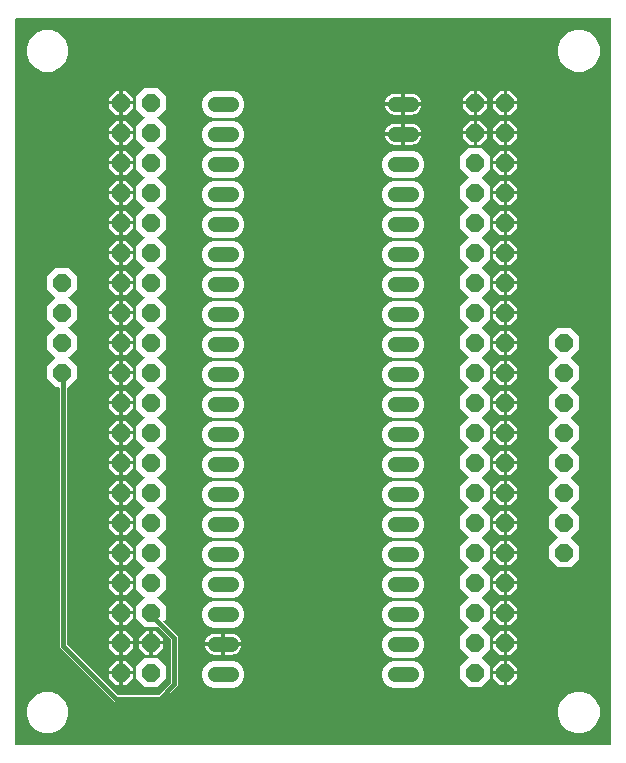
<source format=gbr>
G04 EAGLE Gerber RS-274X export*
G75*
%MOMM*%
%FSLAX34Y34*%
%LPD*%
%INBottom Copper*%
%IPPOS*%
%AMOC8*
5,1,8,0,0,1.08239X$1,22.5*%
G01*
%ADD10C,1.300000*%
%ADD11P,1.649562X8X292.500000*%
%ADD12P,1.649562X8X112.500000*%
%ADD13C,0.400000*%

G36*
X506758Y2504D02*
X506758Y2504D01*
X506777Y2502D01*
X506879Y2524D01*
X506981Y2540D01*
X506998Y2550D01*
X507018Y2554D01*
X507107Y2607D01*
X507198Y2656D01*
X507212Y2670D01*
X507229Y2680D01*
X507296Y2759D01*
X507368Y2834D01*
X507376Y2852D01*
X507389Y2867D01*
X507428Y2963D01*
X507471Y3057D01*
X507473Y3077D01*
X507481Y3095D01*
X507499Y3262D01*
X507499Y616738D01*
X507496Y616758D01*
X507498Y616777D01*
X507476Y616879D01*
X507460Y616981D01*
X507450Y616998D01*
X507446Y617018D01*
X507393Y617107D01*
X507344Y617198D01*
X507330Y617212D01*
X507320Y617229D01*
X507241Y617296D01*
X507166Y617368D01*
X507148Y617376D01*
X507133Y617389D01*
X507037Y617428D01*
X506943Y617471D01*
X506923Y617473D01*
X506905Y617481D01*
X506738Y617499D01*
X3262Y617499D01*
X3242Y617496D01*
X3223Y617498D01*
X3121Y617476D01*
X3019Y617460D01*
X3002Y617450D01*
X2982Y617446D01*
X2893Y617393D01*
X2802Y617344D01*
X2788Y617330D01*
X2771Y617320D01*
X2704Y617241D01*
X2632Y617166D01*
X2624Y617148D01*
X2611Y617133D01*
X2572Y617037D01*
X2529Y616943D01*
X2527Y616923D01*
X2519Y616905D01*
X2501Y616738D01*
X2501Y3262D01*
X2504Y3242D01*
X2502Y3223D01*
X2524Y3121D01*
X2540Y3019D01*
X2550Y3002D01*
X2554Y2982D01*
X2607Y2893D01*
X2656Y2802D01*
X2670Y2788D01*
X2680Y2771D01*
X2759Y2704D01*
X2834Y2632D01*
X2852Y2624D01*
X2867Y2611D01*
X2963Y2572D01*
X3057Y2529D01*
X3077Y2527D01*
X3095Y2519D01*
X3262Y2501D01*
X506738Y2501D01*
X506758Y2504D01*
G37*
%LPC*%
G36*
X87257Y38499D02*
X87257Y38499D01*
X40499Y85257D01*
X40499Y304318D01*
X40496Y304338D01*
X40498Y304357D01*
X40476Y304459D01*
X40460Y304561D01*
X40450Y304578D01*
X40446Y304598D01*
X40393Y304687D01*
X40344Y304778D01*
X40330Y304792D01*
X40320Y304809D01*
X40241Y304876D01*
X40166Y304948D01*
X40148Y304956D01*
X40133Y304969D01*
X40037Y305008D01*
X39943Y305051D01*
X39923Y305053D01*
X39905Y305061D01*
X39738Y305079D01*
X37072Y305079D01*
X29679Y312472D01*
X29679Y322928D01*
X36613Y329862D01*
X36625Y329878D01*
X36641Y329890D01*
X36697Y329978D01*
X36757Y330061D01*
X36763Y330080D01*
X36774Y330097D01*
X36799Y330198D01*
X36829Y330297D01*
X36829Y330316D01*
X36834Y330336D01*
X36826Y330439D01*
X36823Y330542D01*
X36816Y330561D01*
X36814Y330581D01*
X36774Y330676D01*
X36738Y330773D01*
X36726Y330789D01*
X36718Y330807D01*
X36613Y330938D01*
X29679Y337872D01*
X29679Y348328D01*
X36613Y355262D01*
X36625Y355278D01*
X36641Y355290D01*
X36697Y355378D01*
X36757Y355461D01*
X36763Y355480D01*
X36774Y355497D01*
X36799Y355598D01*
X36829Y355697D01*
X36829Y355716D01*
X36834Y355736D01*
X36826Y355839D01*
X36823Y355942D01*
X36816Y355961D01*
X36814Y355981D01*
X36774Y356076D01*
X36738Y356173D01*
X36726Y356189D01*
X36718Y356207D01*
X36613Y356338D01*
X29679Y363272D01*
X29679Y373728D01*
X36613Y380662D01*
X36625Y380678D01*
X36641Y380690D01*
X36697Y380778D01*
X36757Y380861D01*
X36763Y380880D01*
X36774Y380897D01*
X36799Y380998D01*
X36829Y381097D01*
X36829Y381116D01*
X36834Y381136D01*
X36826Y381239D01*
X36823Y381342D01*
X36816Y381361D01*
X36814Y381381D01*
X36774Y381476D01*
X36738Y381573D01*
X36726Y381589D01*
X36718Y381607D01*
X36613Y381738D01*
X29679Y388672D01*
X29679Y399128D01*
X37072Y406521D01*
X47528Y406521D01*
X54921Y399128D01*
X54921Y388672D01*
X47987Y381738D01*
X47975Y381722D01*
X47959Y381710D01*
X47903Y381622D01*
X47843Y381539D01*
X47837Y381520D01*
X47826Y381503D01*
X47801Y381402D01*
X47771Y381303D01*
X47771Y381284D01*
X47766Y381264D01*
X47774Y381161D01*
X47777Y381058D01*
X47784Y381039D01*
X47786Y381019D01*
X47826Y380924D01*
X47862Y380827D01*
X47874Y380811D01*
X47882Y380793D01*
X47987Y380662D01*
X54921Y373728D01*
X54921Y363272D01*
X47987Y356338D01*
X47975Y356322D01*
X47959Y356310D01*
X47903Y356222D01*
X47843Y356139D01*
X47837Y356120D01*
X47826Y356103D01*
X47801Y356002D01*
X47771Y355903D01*
X47771Y355884D01*
X47766Y355864D01*
X47774Y355761D01*
X47777Y355658D01*
X47784Y355639D01*
X47786Y355619D01*
X47826Y355524D01*
X47862Y355427D01*
X47874Y355411D01*
X47882Y355393D01*
X47987Y355262D01*
X54921Y348328D01*
X54921Y337872D01*
X47987Y330938D01*
X47975Y330922D01*
X47959Y330910D01*
X47903Y330822D01*
X47843Y330739D01*
X47837Y330720D01*
X47826Y330703D01*
X47801Y330602D01*
X47771Y330503D01*
X47771Y330484D01*
X47766Y330464D01*
X47774Y330361D01*
X47777Y330258D01*
X47784Y330239D01*
X47786Y330219D01*
X47826Y330124D01*
X47862Y330027D01*
X47874Y330011D01*
X47882Y329993D01*
X47987Y329862D01*
X54921Y322928D01*
X54921Y312472D01*
X47528Y305079D01*
X47262Y305079D01*
X47242Y305076D01*
X47223Y305078D01*
X47121Y305056D01*
X47019Y305040D01*
X47002Y305030D01*
X46982Y305026D01*
X46893Y304973D01*
X46802Y304924D01*
X46788Y304910D01*
X46771Y304900D01*
X46704Y304821D01*
X46632Y304746D01*
X46624Y304728D01*
X46611Y304713D01*
X46572Y304617D01*
X46529Y304523D01*
X46527Y304503D01*
X46519Y304485D01*
X46501Y304318D01*
X46501Y88058D01*
X46515Y87968D01*
X46523Y87877D01*
X46535Y87847D01*
X46540Y87816D01*
X46583Y87735D01*
X46619Y87651D01*
X46645Y87619D01*
X46656Y87598D01*
X46679Y87576D01*
X46724Y87520D01*
X89520Y44724D01*
X89594Y44671D01*
X89663Y44611D01*
X89694Y44599D01*
X89720Y44580D01*
X89807Y44553D01*
X89892Y44519D01*
X89932Y44515D01*
X89955Y44508D01*
X89987Y44509D01*
X90058Y44501D01*
X123692Y44501D01*
X123782Y44515D01*
X123873Y44523D01*
X123903Y44535D01*
X123934Y44540D01*
X124015Y44583D01*
X124099Y44619D01*
X124131Y44645D01*
X124152Y44656D01*
X124174Y44679D01*
X124230Y44724D01*
X134276Y54770D01*
X134329Y54844D01*
X134389Y54913D01*
X134401Y54944D01*
X134420Y54970D01*
X134447Y55057D01*
X134481Y55142D01*
X134485Y55182D01*
X134492Y55205D01*
X134491Y55237D01*
X134499Y55308D01*
X134499Y91192D01*
X134485Y91282D01*
X134477Y91373D01*
X134465Y91403D01*
X134460Y91435D01*
X134417Y91515D01*
X134381Y91599D01*
X134355Y91631D01*
X134344Y91652D01*
X134321Y91674D01*
X134276Y91730D01*
X124066Y101941D01*
X124049Y101952D01*
X124037Y101968D01*
X123950Y102024D01*
X123866Y102084D01*
X123847Y102090D01*
X123830Y102101D01*
X123730Y102126D01*
X123631Y102157D01*
X123611Y102156D01*
X123592Y102161D01*
X123489Y102153D01*
X123385Y102150D01*
X123366Y102143D01*
X123346Y102142D01*
X123251Y102101D01*
X123154Y102066D01*
X123138Y102053D01*
X123120Y102046D01*
X122989Y101941D01*
X122928Y101879D01*
X112472Y101879D01*
X105079Y109272D01*
X105079Y119728D01*
X112013Y126662D01*
X112025Y126678D01*
X112041Y126690D01*
X112097Y126778D01*
X112157Y126861D01*
X112163Y126880D01*
X112174Y126897D01*
X112199Y126998D01*
X112229Y127097D01*
X112229Y127116D01*
X112234Y127136D01*
X112226Y127239D01*
X112223Y127342D01*
X112216Y127361D01*
X112214Y127381D01*
X112174Y127476D01*
X112138Y127573D01*
X112126Y127589D01*
X112118Y127607D01*
X112013Y127738D01*
X105079Y134672D01*
X105079Y145128D01*
X112013Y152062D01*
X112025Y152078D01*
X112041Y152090D01*
X112097Y152178D01*
X112157Y152261D01*
X112163Y152280D01*
X112174Y152297D01*
X112199Y152398D01*
X112229Y152497D01*
X112229Y152516D01*
X112234Y152536D01*
X112226Y152639D01*
X112223Y152742D01*
X112216Y152761D01*
X112214Y152781D01*
X112174Y152876D01*
X112138Y152973D01*
X112126Y152989D01*
X112118Y153007D01*
X112013Y153138D01*
X105079Y160072D01*
X105079Y170528D01*
X112013Y177462D01*
X112025Y177478D01*
X112041Y177490D01*
X112097Y177578D01*
X112157Y177661D01*
X112163Y177680D01*
X112174Y177697D01*
X112199Y177798D01*
X112229Y177897D01*
X112229Y177916D01*
X112234Y177936D01*
X112226Y178039D01*
X112223Y178142D01*
X112216Y178161D01*
X112214Y178181D01*
X112174Y178276D01*
X112138Y178373D01*
X112126Y178389D01*
X112118Y178407D01*
X112013Y178538D01*
X105079Y185472D01*
X105079Y195928D01*
X112013Y202862D01*
X112025Y202878D01*
X112041Y202890D01*
X112097Y202978D01*
X112157Y203061D01*
X112163Y203080D01*
X112174Y203097D01*
X112199Y203198D01*
X112229Y203297D01*
X112229Y203316D01*
X112234Y203336D01*
X112226Y203439D01*
X112223Y203542D01*
X112216Y203561D01*
X112214Y203581D01*
X112174Y203676D01*
X112138Y203773D01*
X112126Y203789D01*
X112118Y203807D01*
X112013Y203938D01*
X105079Y210872D01*
X105079Y221328D01*
X112013Y228262D01*
X112025Y228278D01*
X112041Y228290D01*
X112097Y228378D01*
X112157Y228461D01*
X112163Y228480D01*
X112174Y228497D01*
X112199Y228598D01*
X112229Y228697D01*
X112229Y228716D01*
X112234Y228736D01*
X112226Y228839D01*
X112223Y228942D01*
X112216Y228961D01*
X112214Y228981D01*
X112174Y229076D01*
X112138Y229173D01*
X112126Y229189D01*
X112118Y229207D01*
X112013Y229338D01*
X105079Y236272D01*
X105079Y246728D01*
X112013Y253662D01*
X112025Y253678D01*
X112041Y253690D01*
X112097Y253778D01*
X112157Y253861D01*
X112163Y253880D01*
X112174Y253897D01*
X112199Y253998D01*
X112229Y254097D01*
X112229Y254116D01*
X112234Y254136D01*
X112226Y254239D01*
X112223Y254342D01*
X112216Y254361D01*
X112214Y254381D01*
X112174Y254476D01*
X112138Y254573D01*
X112126Y254589D01*
X112118Y254607D01*
X112013Y254738D01*
X105079Y261672D01*
X105079Y272128D01*
X112013Y279062D01*
X112025Y279078D01*
X112041Y279090D01*
X112069Y279135D01*
X112100Y279168D01*
X112120Y279210D01*
X112157Y279261D01*
X112163Y279280D01*
X112174Y279297D01*
X112189Y279359D01*
X112204Y279391D01*
X112208Y279427D01*
X112229Y279497D01*
X112229Y279516D01*
X112234Y279536D01*
X112228Y279608D01*
X112231Y279635D01*
X112225Y279663D01*
X112223Y279742D01*
X112216Y279761D01*
X112214Y279781D01*
X112183Y279854D01*
X112179Y279876D01*
X112167Y279895D01*
X112138Y279973D01*
X112126Y279989D01*
X112118Y280007D01*
X112013Y280138D01*
X105079Y287072D01*
X105079Y297528D01*
X112013Y304462D01*
X112025Y304478D01*
X112041Y304490D01*
X112097Y304578D01*
X112157Y304661D01*
X112163Y304680D01*
X112174Y304697D01*
X112199Y304798D01*
X112229Y304897D01*
X112229Y304916D01*
X112234Y304936D01*
X112226Y305039D01*
X112223Y305142D01*
X112216Y305161D01*
X112214Y305181D01*
X112174Y305276D01*
X112138Y305373D01*
X112126Y305389D01*
X112118Y305407D01*
X112013Y305538D01*
X105079Y312472D01*
X105079Y322928D01*
X112013Y329862D01*
X112025Y329878D01*
X112041Y329890D01*
X112097Y329978D01*
X112157Y330061D01*
X112163Y330080D01*
X112174Y330097D01*
X112199Y330198D01*
X112229Y330297D01*
X112229Y330316D01*
X112234Y330336D01*
X112226Y330439D01*
X112223Y330542D01*
X112216Y330561D01*
X112214Y330581D01*
X112174Y330676D01*
X112138Y330773D01*
X112126Y330789D01*
X112118Y330807D01*
X112013Y330938D01*
X105079Y337872D01*
X105079Y348328D01*
X112013Y355262D01*
X112025Y355278D01*
X112041Y355290D01*
X112097Y355378D01*
X112157Y355461D01*
X112163Y355480D01*
X112174Y355497D01*
X112199Y355598D01*
X112229Y355697D01*
X112229Y355716D01*
X112234Y355736D01*
X112226Y355839D01*
X112223Y355942D01*
X112216Y355961D01*
X112214Y355981D01*
X112174Y356076D01*
X112138Y356173D01*
X112126Y356189D01*
X112118Y356207D01*
X112013Y356338D01*
X105079Y363272D01*
X105079Y373728D01*
X112013Y380662D01*
X112025Y380678D01*
X112041Y380690D01*
X112097Y380778D01*
X112157Y380861D01*
X112163Y380880D01*
X112174Y380897D01*
X112199Y380998D01*
X112229Y381097D01*
X112229Y381116D01*
X112234Y381136D01*
X112226Y381239D01*
X112223Y381342D01*
X112216Y381361D01*
X112214Y381381D01*
X112174Y381476D01*
X112138Y381573D01*
X112126Y381589D01*
X112118Y381607D01*
X112013Y381738D01*
X105079Y388672D01*
X105079Y399128D01*
X112013Y406062D01*
X112025Y406078D01*
X112041Y406090D01*
X112097Y406178D01*
X112157Y406261D01*
X112163Y406280D01*
X112174Y406297D01*
X112199Y406398D01*
X112229Y406497D01*
X112229Y406516D01*
X112234Y406536D01*
X112226Y406639D01*
X112223Y406742D01*
X112216Y406761D01*
X112214Y406781D01*
X112174Y406876D01*
X112138Y406973D01*
X112126Y406989D01*
X112118Y407007D01*
X112013Y407138D01*
X105079Y414072D01*
X105079Y424528D01*
X112013Y431462D01*
X112025Y431478D01*
X112041Y431490D01*
X112097Y431578D01*
X112157Y431661D01*
X112163Y431680D01*
X112174Y431697D01*
X112199Y431798D01*
X112229Y431897D01*
X112229Y431916D01*
X112234Y431936D01*
X112226Y432039D01*
X112223Y432142D01*
X112216Y432161D01*
X112214Y432181D01*
X112174Y432276D01*
X112138Y432373D01*
X112126Y432389D01*
X112118Y432407D01*
X112013Y432538D01*
X105079Y439472D01*
X105079Y449928D01*
X112013Y456862D01*
X112025Y456878D01*
X112041Y456890D01*
X112097Y456978D01*
X112157Y457061D01*
X112163Y457080D01*
X112174Y457097D01*
X112199Y457198D01*
X112229Y457297D01*
X112229Y457316D01*
X112234Y457336D01*
X112226Y457439D01*
X112223Y457542D01*
X112216Y457561D01*
X112214Y457581D01*
X112174Y457676D01*
X112138Y457773D01*
X112126Y457789D01*
X112118Y457807D01*
X112013Y457938D01*
X105079Y464872D01*
X105079Y475328D01*
X112013Y482262D01*
X112025Y482278D01*
X112041Y482290D01*
X112097Y482378D01*
X112157Y482461D01*
X112163Y482480D01*
X112174Y482497D01*
X112199Y482598D01*
X112229Y482697D01*
X112229Y482716D01*
X112234Y482736D01*
X112226Y482839D01*
X112223Y482942D01*
X112216Y482961D01*
X112214Y482981D01*
X112174Y483076D01*
X112138Y483173D01*
X112126Y483189D01*
X112118Y483207D01*
X112013Y483338D01*
X105079Y490272D01*
X105079Y500728D01*
X112013Y507662D01*
X112025Y507678D01*
X112041Y507690D01*
X112097Y507778D01*
X112157Y507861D01*
X112163Y507880D01*
X112174Y507897D01*
X112199Y507998D01*
X112229Y508097D01*
X112229Y508116D01*
X112234Y508136D01*
X112226Y508239D01*
X112223Y508342D01*
X112216Y508361D01*
X112214Y508381D01*
X112174Y508476D01*
X112138Y508573D01*
X112126Y508589D01*
X112118Y508607D01*
X112013Y508738D01*
X105079Y515672D01*
X105079Y526128D01*
X112013Y533062D01*
X112025Y533078D01*
X112041Y533090D01*
X112097Y533178D01*
X112157Y533261D01*
X112163Y533280D01*
X112174Y533297D01*
X112199Y533398D01*
X112229Y533497D01*
X112229Y533516D01*
X112234Y533536D01*
X112226Y533639D01*
X112223Y533742D01*
X112216Y533761D01*
X112214Y533781D01*
X112174Y533876D01*
X112138Y533973D01*
X112126Y533989D01*
X112118Y534007D01*
X112013Y534138D01*
X105079Y541072D01*
X105079Y551528D01*
X112472Y558921D01*
X122928Y558921D01*
X130321Y551528D01*
X130321Y541072D01*
X123387Y534138D01*
X123375Y534122D01*
X123359Y534110D01*
X123303Y534022D01*
X123243Y533939D01*
X123237Y533920D01*
X123226Y533903D01*
X123201Y533802D01*
X123171Y533703D01*
X123171Y533684D01*
X123166Y533664D01*
X123174Y533561D01*
X123177Y533458D01*
X123184Y533439D01*
X123186Y533419D01*
X123226Y533324D01*
X123262Y533227D01*
X123274Y533211D01*
X123282Y533193D01*
X123387Y533062D01*
X130321Y526128D01*
X130321Y515672D01*
X123387Y508738D01*
X123375Y508722D01*
X123359Y508710D01*
X123303Y508622D01*
X123243Y508539D01*
X123237Y508520D01*
X123226Y508503D01*
X123201Y508402D01*
X123171Y508303D01*
X123171Y508284D01*
X123166Y508264D01*
X123174Y508161D01*
X123177Y508058D01*
X123184Y508039D01*
X123186Y508019D01*
X123226Y507924D01*
X123262Y507827D01*
X123274Y507811D01*
X123282Y507793D01*
X123387Y507662D01*
X130321Y500728D01*
X130321Y490272D01*
X123387Y483338D01*
X123375Y483322D01*
X123359Y483310D01*
X123303Y483222D01*
X123243Y483139D01*
X123237Y483120D01*
X123226Y483103D01*
X123201Y483002D01*
X123171Y482903D01*
X123171Y482884D01*
X123166Y482864D01*
X123174Y482761D01*
X123177Y482658D01*
X123184Y482639D01*
X123186Y482619D01*
X123226Y482524D01*
X123262Y482427D01*
X123274Y482411D01*
X123282Y482393D01*
X123387Y482262D01*
X130321Y475328D01*
X130321Y464872D01*
X123387Y457938D01*
X123375Y457922D01*
X123359Y457910D01*
X123303Y457822D01*
X123243Y457739D01*
X123237Y457720D01*
X123226Y457703D01*
X123201Y457602D01*
X123171Y457503D01*
X123171Y457484D01*
X123166Y457464D01*
X123174Y457361D01*
X123177Y457258D01*
X123184Y457239D01*
X123186Y457219D01*
X123226Y457124D01*
X123262Y457027D01*
X123274Y457011D01*
X123282Y456993D01*
X123387Y456862D01*
X130321Y449928D01*
X130321Y439472D01*
X123387Y432538D01*
X123375Y432522D01*
X123359Y432510D01*
X123303Y432422D01*
X123243Y432339D01*
X123237Y432320D01*
X123226Y432303D01*
X123201Y432202D01*
X123171Y432103D01*
X123171Y432084D01*
X123166Y432064D01*
X123174Y431961D01*
X123177Y431858D01*
X123184Y431839D01*
X123186Y431819D01*
X123226Y431724D01*
X123262Y431627D01*
X123274Y431611D01*
X123282Y431593D01*
X123387Y431462D01*
X130321Y424528D01*
X130321Y414072D01*
X123387Y407138D01*
X123375Y407122D01*
X123359Y407110D01*
X123303Y407022D01*
X123243Y406939D01*
X123237Y406920D01*
X123226Y406903D01*
X123201Y406802D01*
X123171Y406703D01*
X123171Y406684D01*
X123166Y406664D01*
X123174Y406561D01*
X123177Y406458D01*
X123184Y406439D01*
X123186Y406419D01*
X123226Y406324D01*
X123262Y406227D01*
X123274Y406211D01*
X123282Y406193D01*
X123387Y406062D01*
X130321Y399128D01*
X130321Y388672D01*
X123387Y381738D01*
X123375Y381722D01*
X123359Y381710D01*
X123303Y381622D01*
X123243Y381539D01*
X123237Y381520D01*
X123226Y381503D01*
X123201Y381402D01*
X123171Y381303D01*
X123171Y381284D01*
X123166Y381264D01*
X123174Y381161D01*
X123177Y381058D01*
X123184Y381039D01*
X123186Y381019D01*
X123226Y380924D01*
X123262Y380827D01*
X123274Y380811D01*
X123282Y380793D01*
X123387Y380662D01*
X130321Y373728D01*
X130321Y363272D01*
X123387Y356338D01*
X123375Y356322D01*
X123359Y356310D01*
X123303Y356222D01*
X123243Y356139D01*
X123237Y356120D01*
X123226Y356103D01*
X123201Y356002D01*
X123171Y355903D01*
X123171Y355884D01*
X123166Y355864D01*
X123174Y355761D01*
X123177Y355658D01*
X123184Y355639D01*
X123186Y355619D01*
X123226Y355524D01*
X123262Y355427D01*
X123274Y355411D01*
X123282Y355393D01*
X123387Y355262D01*
X130321Y348328D01*
X130321Y337872D01*
X123387Y330938D01*
X123375Y330922D01*
X123359Y330910D01*
X123303Y330822D01*
X123243Y330739D01*
X123237Y330720D01*
X123226Y330703D01*
X123201Y330602D01*
X123171Y330503D01*
X123171Y330484D01*
X123166Y330464D01*
X123174Y330361D01*
X123177Y330258D01*
X123184Y330239D01*
X123186Y330219D01*
X123226Y330124D01*
X123262Y330027D01*
X123274Y330011D01*
X123282Y329993D01*
X123387Y329862D01*
X130321Y322928D01*
X130321Y312472D01*
X123387Y305538D01*
X123375Y305522D01*
X123359Y305510D01*
X123303Y305422D01*
X123243Y305339D01*
X123237Y305320D01*
X123226Y305303D01*
X123201Y305202D01*
X123171Y305103D01*
X123171Y305084D01*
X123166Y305064D01*
X123174Y304961D01*
X123177Y304858D01*
X123184Y304839D01*
X123186Y304819D01*
X123226Y304724D01*
X123262Y304627D01*
X123274Y304611D01*
X123282Y304593D01*
X123387Y304462D01*
X130321Y297528D01*
X130321Y287072D01*
X123387Y280138D01*
X123375Y280122D01*
X123359Y280110D01*
X123314Y280039D01*
X123300Y280024D01*
X123291Y280005D01*
X123243Y279939D01*
X123237Y279920D01*
X123226Y279903D01*
X123206Y279823D01*
X123196Y279801D01*
X123194Y279777D01*
X123171Y279703D01*
X123171Y279684D01*
X123166Y279664D01*
X123172Y279587D01*
X123169Y279556D01*
X123175Y279527D01*
X123177Y279458D01*
X123184Y279439D01*
X123186Y279419D01*
X123213Y279355D01*
X123221Y279316D01*
X123241Y279283D01*
X123262Y279227D01*
X123274Y279211D01*
X123282Y279193D01*
X123333Y279128D01*
X123347Y279105D01*
X123363Y279092D01*
X123387Y279062D01*
X130321Y272128D01*
X130321Y261672D01*
X123387Y254738D01*
X123375Y254722D01*
X123359Y254710D01*
X123303Y254622D01*
X123243Y254539D01*
X123237Y254520D01*
X123226Y254503D01*
X123201Y254402D01*
X123171Y254303D01*
X123171Y254284D01*
X123166Y254264D01*
X123174Y254161D01*
X123177Y254058D01*
X123184Y254039D01*
X123186Y254019D01*
X123226Y253924D01*
X123262Y253827D01*
X123274Y253811D01*
X123282Y253793D01*
X123387Y253662D01*
X130321Y246728D01*
X130321Y236272D01*
X123387Y229338D01*
X123375Y229322D01*
X123359Y229310D01*
X123303Y229222D01*
X123243Y229139D01*
X123237Y229120D01*
X123226Y229103D01*
X123201Y229002D01*
X123171Y228903D01*
X123171Y228884D01*
X123166Y228864D01*
X123174Y228761D01*
X123177Y228658D01*
X123184Y228639D01*
X123186Y228619D01*
X123226Y228524D01*
X123262Y228427D01*
X123274Y228411D01*
X123282Y228393D01*
X123387Y228262D01*
X130321Y221328D01*
X130321Y210872D01*
X123387Y203938D01*
X123375Y203922D01*
X123359Y203910D01*
X123303Y203822D01*
X123243Y203739D01*
X123237Y203720D01*
X123226Y203703D01*
X123201Y203602D01*
X123171Y203503D01*
X123171Y203484D01*
X123166Y203464D01*
X123174Y203361D01*
X123177Y203258D01*
X123184Y203239D01*
X123186Y203219D01*
X123226Y203124D01*
X123262Y203027D01*
X123274Y203011D01*
X123282Y202993D01*
X123387Y202862D01*
X130321Y195928D01*
X130321Y185472D01*
X123387Y178538D01*
X123375Y178522D01*
X123359Y178510D01*
X123303Y178422D01*
X123243Y178339D01*
X123237Y178320D01*
X123226Y178303D01*
X123201Y178202D01*
X123171Y178103D01*
X123171Y178084D01*
X123166Y178064D01*
X123174Y177961D01*
X123177Y177858D01*
X123184Y177839D01*
X123186Y177819D01*
X123226Y177724D01*
X123262Y177627D01*
X123274Y177611D01*
X123282Y177593D01*
X123387Y177462D01*
X130321Y170528D01*
X130321Y160072D01*
X123387Y153138D01*
X123375Y153122D01*
X123359Y153110D01*
X123303Y153022D01*
X123243Y152939D01*
X123237Y152920D01*
X123226Y152903D01*
X123201Y152802D01*
X123171Y152703D01*
X123171Y152684D01*
X123166Y152664D01*
X123174Y152561D01*
X123177Y152458D01*
X123184Y152439D01*
X123186Y152419D01*
X123226Y152324D01*
X123262Y152227D01*
X123274Y152211D01*
X123282Y152193D01*
X123387Y152062D01*
X130321Y145128D01*
X130321Y134672D01*
X123387Y127738D01*
X123375Y127722D01*
X123359Y127710D01*
X123303Y127622D01*
X123243Y127539D01*
X123237Y127520D01*
X123226Y127503D01*
X123201Y127402D01*
X123171Y127303D01*
X123171Y127284D01*
X123166Y127264D01*
X123174Y127161D01*
X123177Y127058D01*
X123184Y127039D01*
X123186Y127019D01*
X123226Y126924D01*
X123262Y126827D01*
X123274Y126811D01*
X123282Y126793D01*
X123387Y126662D01*
X130321Y119728D01*
X130321Y109272D01*
X128309Y107261D01*
X128298Y107245D01*
X128282Y107232D01*
X128226Y107145D01*
X128166Y107061D01*
X128160Y107042D01*
X128149Y107025D01*
X128124Y106925D01*
X128093Y106826D01*
X128094Y106806D01*
X128089Y106787D01*
X128097Y106684D01*
X128100Y106580D01*
X128107Y106561D01*
X128108Y106542D01*
X128149Y106447D01*
X128184Y106349D01*
X128197Y106334D01*
X128204Y106315D01*
X128309Y106184D01*
X138520Y95974D01*
X140501Y93993D01*
X140501Y52507D01*
X126493Y38499D01*
X87257Y38499D01*
G37*
%LPD*%
%LPC*%
G36*
X387072Y51079D02*
X387072Y51079D01*
X379679Y58472D01*
X379679Y68928D01*
X386613Y75862D01*
X386625Y75878D01*
X386641Y75890D01*
X386697Y75978D01*
X386757Y76061D01*
X386763Y76080D01*
X386774Y76097D01*
X386799Y76198D01*
X386829Y76297D01*
X386829Y76316D01*
X386834Y76336D01*
X386826Y76439D01*
X386823Y76542D01*
X386816Y76561D01*
X386814Y76581D01*
X386774Y76676D01*
X386738Y76773D01*
X386726Y76789D01*
X386718Y76807D01*
X386613Y76938D01*
X379679Y83872D01*
X379679Y94328D01*
X386613Y101262D01*
X386625Y101278D01*
X386641Y101290D01*
X386697Y101378D01*
X386757Y101461D01*
X386763Y101480D01*
X386774Y101497D01*
X386799Y101598D01*
X386829Y101697D01*
X386829Y101716D01*
X386834Y101736D01*
X386826Y101839D01*
X386823Y101942D01*
X386816Y101961D01*
X386814Y101981D01*
X386774Y102076D01*
X386738Y102173D01*
X386726Y102189D01*
X386718Y102207D01*
X386613Y102338D01*
X379679Y109272D01*
X379679Y119728D01*
X386613Y126662D01*
X386625Y126678D01*
X386641Y126690D01*
X386697Y126778D01*
X386757Y126861D01*
X386763Y126880D01*
X386774Y126897D01*
X386799Y126998D01*
X386829Y127097D01*
X386829Y127116D01*
X386834Y127136D01*
X386826Y127239D01*
X386823Y127342D01*
X386816Y127361D01*
X386814Y127381D01*
X386774Y127476D01*
X386738Y127573D01*
X386726Y127589D01*
X386718Y127607D01*
X386613Y127738D01*
X379679Y134672D01*
X379679Y145128D01*
X386613Y152062D01*
X386625Y152078D01*
X386641Y152090D01*
X386697Y152178D01*
X386757Y152261D01*
X386763Y152280D01*
X386774Y152297D01*
X386799Y152398D01*
X386829Y152497D01*
X386829Y152516D01*
X386834Y152536D01*
X386826Y152639D01*
X386823Y152742D01*
X386816Y152761D01*
X386814Y152781D01*
X386774Y152876D01*
X386738Y152973D01*
X386726Y152989D01*
X386718Y153007D01*
X386613Y153138D01*
X379679Y160072D01*
X379679Y170528D01*
X386613Y177462D01*
X386625Y177478D01*
X386641Y177490D01*
X386697Y177578D01*
X386757Y177661D01*
X386763Y177680D01*
X386774Y177697D01*
X386799Y177798D01*
X386829Y177897D01*
X386829Y177916D01*
X386834Y177936D01*
X386826Y178039D01*
X386823Y178142D01*
X386816Y178161D01*
X386814Y178181D01*
X386774Y178276D01*
X386738Y178373D01*
X386726Y178389D01*
X386718Y178407D01*
X386613Y178538D01*
X379679Y185472D01*
X379679Y195928D01*
X386613Y202862D01*
X386625Y202878D01*
X386641Y202890D01*
X386697Y202978D01*
X386757Y203061D01*
X386763Y203080D01*
X386774Y203097D01*
X386799Y203198D01*
X386829Y203297D01*
X386829Y203316D01*
X386834Y203336D01*
X386826Y203439D01*
X386823Y203542D01*
X386816Y203561D01*
X386814Y203581D01*
X386774Y203676D01*
X386738Y203773D01*
X386726Y203789D01*
X386718Y203807D01*
X386613Y203938D01*
X379679Y210872D01*
X379679Y221328D01*
X386613Y228262D01*
X386625Y228278D01*
X386641Y228290D01*
X386697Y228378D01*
X386757Y228461D01*
X386763Y228480D01*
X386774Y228497D01*
X386799Y228598D01*
X386829Y228697D01*
X386829Y228716D01*
X386834Y228736D01*
X386826Y228839D01*
X386823Y228942D01*
X386816Y228961D01*
X386814Y228981D01*
X386774Y229076D01*
X386738Y229173D01*
X386726Y229189D01*
X386718Y229207D01*
X386613Y229338D01*
X379679Y236272D01*
X379679Y246728D01*
X386613Y253662D01*
X386625Y253678D01*
X386641Y253690D01*
X386697Y253778D01*
X386757Y253861D01*
X386763Y253880D01*
X386774Y253897D01*
X386799Y253998D01*
X386829Y254097D01*
X386829Y254116D01*
X386834Y254136D01*
X386826Y254239D01*
X386823Y254342D01*
X386816Y254361D01*
X386814Y254381D01*
X386774Y254476D01*
X386738Y254573D01*
X386726Y254589D01*
X386718Y254607D01*
X386613Y254738D01*
X379679Y261672D01*
X379679Y272128D01*
X386613Y279062D01*
X386625Y279078D01*
X386641Y279090D01*
X386669Y279135D01*
X386700Y279168D01*
X386720Y279210D01*
X386757Y279261D01*
X386763Y279280D01*
X386774Y279297D01*
X386789Y279358D01*
X386804Y279391D01*
X386808Y279428D01*
X386829Y279497D01*
X386829Y279516D01*
X386834Y279536D01*
X386828Y279608D01*
X386831Y279635D01*
X386825Y279663D01*
X386823Y279742D01*
X386816Y279761D01*
X386814Y279781D01*
X386784Y279854D01*
X386779Y279876D01*
X386767Y279895D01*
X386738Y279973D01*
X386726Y279989D01*
X386718Y280007D01*
X386613Y280138D01*
X379679Y287072D01*
X379679Y297528D01*
X386613Y304462D01*
X386625Y304478D01*
X386641Y304490D01*
X386697Y304578D01*
X386757Y304661D01*
X386763Y304680D01*
X386774Y304697D01*
X386799Y304798D01*
X386829Y304897D01*
X386829Y304916D01*
X386834Y304936D01*
X386826Y305039D01*
X386823Y305142D01*
X386816Y305161D01*
X386814Y305181D01*
X386774Y305276D01*
X386738Y305373D01*
X386726Y305389D01*
X386718Y305407D01*
X386613Y305538D01*
X379679Y312472D01*
X379679Y322928D01*
X386613Y329862D01*
X386625Y329878D01*
X386641Y329890D01*
X386697Y329978D01*
X386757Y330061D01*
X386763Y330080D01*
X386774Y330097D01*
X386799Y330198D01*
X386829Y330297D01*
X386829Y330316D01*
X386834Y330336D01*
X386826Y330439D01*
X386823Y330542D01*
X386816Y330561D01*
X386814Y330581D01*
X386774Y330676D01*
X386738Y330773D01*
X386726Y330789D01*
X386718Y330807D01*
X386613Y330938D01*
X379679Y337872D01*
X379679Y348328D01*
X386613Y355262D01*
X386625Y355278D01*
X386641Y355290D01*
X386697Y355378D01*
X386757Y355461D01*
X386763Y355480D01*
X386774Y355497D01*
X386799Y355598D01*
X386829Y355697D01*
X386829Y355716D01*
X386834Y355736D01*
X386826Y355839D01*
X386823Y355942D01*
X386816Y355961D01*
X386814Y355981D01*
X386774Y356076D01*
X386738Y356173D01*
X386726Y356189D01*
X386718Y356207D01*
X386613Y356338D01*
X379679Y363272D01*
X379679Y373728D01*
X386613Y380662D01*
X386625Y380678D01*
X386641Y380690D01*
X386697Y380778D01*
X386757Y380861D01*
X386763Y380880D01*
X386774Y380897D01*
X386799Y380998D01*
X386829Y381097D01*
X386829Y381116D01*
X386834Y381136D01*
X386826Y381239D01*
X386823Y381342D01*
X386816Y381361D01*
X386814Y381381D01*
X386774Y381476D01*
X386738Y381573D01*
X386726Y381589D01*
X386718Y381607D01*
X386613Y381738D01*
X379679Y388672D01*
X379679Y399128D01*
X386613Y406062D01*
X386625Y406078D01*
X386641Y406090D01*
X386697Y406178D01*
X386757Y406261D01*
X386763Y406280D01*
X386774Y406297D01*
X386799Y406398D01*
X386829Y406497D01*
X386829Y406516D01*
X386834Y406536D01*
X386826Y406639D01*
X386823Y406742D01*
X386816Y406761D01*
X386814Y406781D01*
X386774Y406876D01*
X386738Y406973D01*
X386726Y406989D01*
X386718Y407007D01*
X386613Y407138D01*
X379679Y414072D01*
X379679Y424528D01*
X386613Y431462D01*
X386625Y431478D01*
X386641Y431490D01*
X386697Y431578D01*
X386757Y431661D01*
X386763Y431680D01*
X386774Y431697D01*
X386799Y431798D01*
X386829Y431897D01*
X386829Y431916D01*
X386834Y431936D01*
X386826Y432039D01*
X386823Y432142D01*
X386816Y432161D01*
X386814Y432181D01*
X386774Y432276D01*
X386738Y432373D01*
X386726Y432389D01*
X386718Y432407D01*
X386613Y432538D01*
X379679Y439472D01*
X379679Y449928D01*
X386613Y456862D01*
X386625Y456878D01*
X386641Y456890D01*
X386697Y456978D01*
X386757Y457061D01*
X386763Y457080D01*
X386774Y457097D01*
X386799Y457198D01*
X386829Y457297D01*
X386829Y457316D01*
X386834Y457336D01*
X386826Y457439D01*
X386823Y457542D01*
X386816Y457561D01*
X386814Y457581D01*
X386774Y457676D01*
X386738Y457773D01*
X386726Y457789D01*
X386718Y457807D01*
X386613Y457938D01*
X379679Y464872D01*
X379679Y475328D01*
X386613Y482262D01*
X386625Y482278D01*
X386641Y482290D01*
X386697Y482378D01*
X386757Y482461D01*
X386763Y482480D01*
X386774Y482497D01*
X386799Y482598D01*
X386829Y482697D01*
X386829Y482716D01*
X386834Y482736D01*
X386826Y482839D01*
X386823Y482942D01*
X386816Y482961D01*
X386814Y482981D01*
X386774Y483076D01*
X386738Y483173D01*
X386726Y483189D01*
X386718Y483207D01*
X386613Y483338D01*
X379679Y490272D01*
X379679Y500728D01*
X387072Y508121D01*
X397528Y508121D01*
X404921Y500728D01*
X404921Y490272D01*
X397987Y483338D01*
X397975Y483322D01*
X397959Y483310D01*
X397903Y483222D01*
X397843Y483139D01*
X397837Y483120D01*
X397826Y483103D01*
X397801Y483002D01*
X397771Y482903D01*
X397771Y482884D01*
X397766Y482864D01*
X397774Y482761D01*
X397777Y482658D01*
X397784Y482639D01*
X397786Y482619D01*
X397826Y482524D01*
X397862Y482427D01*
X397874Y482411D01*
X397882Y482393D01*
X397987Y482262D01*
X404921Y475328D01*
X404921Y464872D01*
X397987Y457938D01*
X397975Y457922D01*
X397959Y457910D01*
X397903Y457822D01*
X397843Y457739D01*
X397837Y457720D01*
X397826Y457703D01*
X397801Y457602D01*
X397771Y457503D01*
X397771Y457484D01*
X397766Y457464D01*
X397774Y457361D01*
X397777Y457258D01*
X397784Y457239D01*
X397786Y457219D01*
X397826Y457124D01*
X397862Y457027D01*
X397874Y457011D01*
X397882Y456993D01*
X397987Y456862D01*
X404921Y449928D01*
X404921Y439472D01*
X397987Y432538D01*
X397975Y432522D01*
X397959Y432510D01*
X397903Y432422D01*
X397843Y432339D01*
X397837Y432320D01*
X397826Y432303D01*
X397801Y432202D01*
X397771Y432103D01*
X397771Y432084D01*
X397766Y432064D01*
X397774Y431961D01*
X397777Y431858D01*
X397784Y431839D01*
X397786Y431819D01*
X397826Y431724D01*
X397862Y431627D01*
X397874Y431611D01*
X397882Y431593D01*
X397987Y431462D01*
X404921Y424528D01*
X404921Y414072D01*
X397987Y407138D01*
X397975Y407122D01*
X397959Y407110D01*
X397903Y407022D01*
X397843Y406939D01*
X397837Y406920D01*
X397826Y406903D01*
X397801Y406802D01*
X397771Y406703D01*
X397771Y406684D01*
X397766Y406664D01*
X397774Y406561D01*
X397777Y406458D01*
X397784Y406439D01*
X397786Y406419D01*
X397826Y406324D01*
X397862Y406227D01*
X397874Y406211D01*
X397882Y406193D01*
X397987Y406062D01*
X404921Y399128D01*
X404921Y388672D01*
X397987Y381738D01*
X397975Y381722D01*
X397959Y381710D01*
X397903Y381622D01*
X397843Y381539D01*
X397837Y381520D01*
X397826Y381503D01*
X397801Y381402D01*
X397771Y381303D01*
X397771Y381284D01*
X397766Y381264D01*
X397774Y381161D01*
X397777Y381058D01*
X397784Y381039D01*
X397786Y381019D01*
X397826Y380924D01*
X397862Y380827D01*
X397874Y380811D01*
X397882Y380793D01*
X397987Y380662D01*
X404921Y373728D01*
X404921Y363272D01*
X397987Y356338D01*
X397975Y356322D01*
X397959Y356310D01*
X397903Y356222D01*
X397843Y356139D01*
X397837Y356120D01*
X397826Y356103D01*
X397801Y356002D01*
X397771Y355903D01*
X397771Y355884D01*
X397766Y355864D01*
X397774Y355761D01*
X397777Y355658D01*
X397784Y355639D01*
X397786Y355619D01*
X397826Y355524D01*
X397862Y355427D01*
X397874Y355411D01*
X397882Y355393D01*
X397987Y355262D01*
X404921Y348328D01*
X404921Y337872D01*
X397987Y330938D01*
X397975Y330922D01*
X397959Y330910D01*
X397903Y330822D01*
X397843Y330739D01*
X397837Y330720D01*
X397826Y330703D01*
X397801Y330602D01*
X397771Y330503D01*
X397771Y330484D01*
X397766Y330464D01*
X397774Y330361D01*
X397777Y330258D01*
X397784Y330239D01*
X397786Y330219D01*
X397826Y330124D01*
X397862Y330027D01*
X397874Y330011D01*
X397882Y329993D01*
X397987Y329862D01*
X404921Y322928D01*
X404921Y312472D01*
X397987Y305538D01*
X397975Y305522D01*
X397959Y305510D01*
X397903Y305422D01*
X397843Y305339D01*
X397837Y305320D01*
X397826Y305303D01*
X397801Y305202D01*
X397771Y305103D01*
X397771Y305084D01*
X397766Y305064D01*
X397774Y304961D01*
X397777Y304858D01*
X397784Y304839D01*
X397786Y304819D01*
X397826Y304724D01*
X397862Y304627D01*
X397874Y304611D01*
X397882Y304593D01*
X397987Y304462D01*
X404921Y297528D01*
X404921Y287072D01*
X397987Y280138D01*
X397975Y280122D01*
X397959Y280110D01*
X397914Y280039D01*
X397900Y280024D01*
X397891Y280005D01*
X397843Y279939D01*
X397837Y279920D01*
X397826Y279903D01*
X397806Y279823D01*
X397796Y279801D01*
X397794Y279777D01*
X397771Y279703D01*
X397771Y279684D01*
X397766Y279664D01*
X397772Y279587D01*
X397769Y279556D01*
X397775Y279527D01*
X397777Y279458D01*
X397784Y279439D01*
X397786Y279419D01*
X397813Y279355D01*
X397821Y279316D01*
X397841Y279283D01*
X397862Y279227D01*
X397874Y279211D01*
X397882Y279193D01*
X397933Y279128D01*
X397947Y279105D01*
X397962Y279092D01*
X397987Y279062D01*
X404921Y272128D01*
X404921Y261672D01*
X397987Y254738D01*
X397975Y254722D01*
X397959Y254710D01*
X397903Y254622D01*
X397843Y254539D01*
X397837Y254520D01*
X397826Y254503D01*
X397801Y254402D01*
X397771Y254303D01*
X397771Y254284D01*
X397766Y254264D01*
X397774Y254161D01*
X397777Y254058D01*
X397784Y254039D01*
X397786Y254019D01*
X397826Y253924D01*
X397862Y253827D01*
X397874Y253811D01*
X397882Y253793D01*
X397987Y253662D01*
X404921Y246728D01*
X404921Y236272D01*
X397987Y229338D01*
X397975Y229322D01*
X397959Y229310D01*
X397903Y229222D01*
X397843Y229139D01*
X397837Y229120D01*
X397826Y229103D01*
X397801Y229002D01*
X397771Y228903D01*
X397771Y228884D01*
X397766Y228864D01*
X397774Y228761D01*
X397777Y228658D01*
X397784Y228639D01*
X397786Y228619D01*
X397826Y228524D01*
X397862Y228427D01*
X397874Y228411D01*
X397882Y228393D01*
X397987Y228262D01*
X404921Y221328D01*
X404921Y210872D01*
X397987Y203938D01*
X397975Y203922D01*
X397959Y203910D01*
X397903Y203822D01*
X397843Y203739D01*
X397837Y203720D01*
X397826Y203703D01*
X397801Y203602D01*
X397771Y203503D01*
X397771Y203484D01*
X397766Y203464D01*
X397774Y203361D01*
X397777Y203258D01*
X397784Y203239D01*
X397786Y203219D01*
X397826Y203124D01*
X397862Y203027D01*
X397874Y203011D01*
X397882Y202993D01*
X397987Y202862D01*
X404921Y195928D01*
X404921Y185472D01*
X397987Y178538D01*
X397975Y178522D01*
X397959Y178510D01*
X397903Y178422D01*
X397843Y178339D01*
X397837Y178320D01*
X397826Y178303D01*
X397801Y178202D01*
X397771Y178103D01*
X397771Y178084D01*
X397766Y178064D01*
X397774Y177961D01*
X397777Y177858D01*
X397784Y177839D01*
X397786Y177819D01*
X397826Y177724D01*
X397862Y177627D01*
X397874Y177611D01*
X397882Y177593D01*
X397987Y177462D01*
X404921Y170528D01*
X404921Y160072D01*
X397987Y153138D01*
X397975Y153122D01*
X397959Y153110D01*
X397903Y153022D01*
X397843Y152939D01*
X397837Y152920D01*
X397826Y152903D01*
X397801Y152802D01*
X397771Y152703D01*
X397771Y152684D01*
X397766Y152664D01*
X397774Y152561D01*
X397777Y152458D01*
X397784Y152439D01*
X397786Y152419D01*
X397826Y152324D01*
X397862Y152227D01*
X397874Y152211D01*
X397882Y152193D01*
X397987Y152062D01*
X404921Y145128D01*
X404921Y134672D01*
X397987Y127738D01*
X397975Y127722D01*
X397959Y127710D01*
X397903Y127622D01*
X397843Y127539D01*
X397837Y127520D01*
X397826Y127503D01*
X397801Y127402D01*
X397771Y127303D01*
X397771Y127284D01*
X397766Y127264D01*
X397774Y127161D01*
X397777Y127058D01*
X397784Y127039D01*
X397786Y127019D01*
X397826Y126924D01*
X397862Y126827D01*
X397874Y126811D01*
X397882Y126793D01*
X397987Y126662D01*
X404921Y119728D01*
X404921Y109272D01*
X397987Y102338D01*
X397975Y102322D01*
X397959Y102310D01*
X397903Y102222D01*
X397843Y102139D01*
X397837Y102120D01*
X397826Y102103D01*
X397801Y102002D01*
X397771Y101903D01*
X397771Y101884D01*
X397766Y101864D01*
X397774Y101761D01*
X397777Y101658D01*
X397784Y101639D01*
X397786Y101619D01*
X397826Y101524D01*
X397862Y101427D01*
X397874Y101411D01*
X397882Y101393D01*
X397987Y101262D01*
X404921Y94328D01*
X404921Y83872D01*
X397987Y76938D01*
X397975Y76922D01*
X397959Y76910D01*
X397903Y76822D01*
X397843Y76739D01*
X397837Y76720D01*
X397826Y76703D01*
X397801Y76602D01*
X397771Y76503D01*
X397771Y76484D01*
X397766Y76464D01*
X397774Y76361D01*
X397777Y76258D01*
X397784Y76239D01*
X397786Y76219D01*
X397826Y76124D01*
X397862Y76027D01*
X397874Y76011D01*
X397882Y75993D01*
X397987Y75862D01*
X404921Y68928D01*
X404921Y58472D01*
X397528Y51079D01*
X387072Y51079D01*
G37*
%LPD*%
%LPC*%
G36*
X462472Y152679D02*
X462472Y152679D01*
X455079Y160072D01*
X455079Y170528D01*
X462013Y177462D01*
X462025Y177478D01*
X462041Y177490D01*
X462097Y177578D01*
X462157Y177661D01*
X462163Y177680D01*
X462174Y177697D01*
X462199Y177798D01*
X462229Y177897D01*
X462229Y177916D01*
X462234Y177936D01*
X462226Y178039D01*
X462223Y178142D01*
X462216Y178161D01*
X462214Y178181D01*
X462174Y178276D01*
X462138Y178373D01*
X462126Y178389D01*
X462118Y178407D01*
X462013Y178538D01*
X455079Y185472D01*
X455079Y195928D01*
X462013Y202862D01*
X462025Y202878D01*
X462041Y202890D01*
X462097Y202978D01*
X462157Y203061D01*
X462163Y203080D01*
X462174Y203097D01*
X462199Y203198D01*
X462229Y203297D01*
X462229Y203316D01*
X462234Y203336D01*
X462226Y203439D01*
X462223Y203542D01*
X462216Y203561D01*
X462214Y203581D01*
X462174Y203676D01*
X462138Y203773D01*
X462126Y203789D01*
X462118Y203807D01*
X462013Y203938D01*
X455079Y210872D01*
X455079Y221328D01*
X462013Y228262D01*
X462025Y228278D01*
X462041Y228290D01*
X462097Y228378D01*
X462157Y228461D01*
X462163Y228480D01*
X462174Y228497D01*
X462199Y228598D01*
X462229Y228697D01*
X462229Y228716D01*
X462234Y228736D01*
X462226Y228839D01*
X462223Y228942D01*
X462216Y228961D01*
X462214Y228981D01*
X462174Y229076D01*
X462138Y229173D01*
X462126Y229189D01*
X462118Y229207D01*
X462013Y229338D01*
X455079Y236272D01*
X455079Y246728D01*
X462013Y253662D01*
X462025Y253678D01*
X462041Y253690D01*
X462097Y253778D01*
X462157Y253861D01*
X462163Y253880D01*
X462174Y253897D01*
X462199Y253998D01*
X462229Y254097D01*
X462229Y254116D01*
X462234Y254136D01*
X462226Y254239D01*
X462223Y254342D01*
X462216Y254361D01*
X462214Y254381D01*
X462174Y254476D01*
X462138Y254573D01*
X462126Y254589D01*
X462118Y254607D01*
X462013Y254738D01*
X455079Y261672D01*
X455079Y272128D01*
X462013Y279062D01*
X462025Y279078D01*
X462041Y279090D01*
X462069Y279135D01*
X462100Y279168D01*
X462120Y279210D01*
X462157Y279261D01*
X462163Y279280D01*
X462174Y279297D01*
X462189Y279358D01*
X462204Y279391D01*
X462208Y279428D01*
X462229Y279497D01*
X462229Y279516D01*
X462234Y279536D01*
X462228Y279608D01*
X462231Y279635D01*
X462225Y279663D01*
X462223Y279742D01*
X462216Y279761D01*
X462214Y279781D01*
X462184Y279854D01*
X462179Y279876D01*
X462167Y279895D01*
X462138Y279973D01*
X462126Y279989D01*
X462118Y280007D01*
X462013Y280138D01*
X455079Y287072D01*
X455079Y297528D01*
X462013Y304462D01*
X462025Y304478D01*
X462041Y304490D01*
X462097Y304578D01*
X462157Y304661D01*
X462163Y304680D01*
X462174Y304697D01*
X462199Y304798D01*
X462229Y304897D01*
X462229Y304916D01*
X462234Y304936D01*
X462226Y305039D01*
X462223Y305142D01*
X462216Y305161D01*
X462214Y305181D01*
X462174Y305276D01*
X462138Y305373D01*
X462126Y305389D01*
X462118Y305407D01*
X462013Y305538D01*
X455079Y312472D01*
X455079Y322928D01*
X462013Y329862D01*
X462025Y329878D01*
X462041Y329890D01*
X462097Y329978D01*
X462157Y330061D01*
X462163Y330080D01*
X462174Y330097D01*
X462199Y330198D01*
X462229Y330297D01*
X462229Y330316D01*
X462234Y330336D01*
X462226Y330439D01*
X462223Y330542D01*
X462216Y330561D01*
X462214Y330581D01*
X462174Y330676D01*
X462138Y330773D01*
X462126Y330789D01*
X462118Y330807D01*
X462013Y330938D01*
X455079Y337872D01*
X455079Y348328D01*
X462472Y355721D01*
X472928Y355721D01*
X480321Y348328D01*
X480321Y337872D01*
X473387Y330938D01*
X473375Y330922D01*
X473359Y330910D01*
X473303Y330822D01*
X473243Y330739D01*
X473237Y330720D01*
X473226Y330703D01*
X473201Y330602D01*
X473171Y330503D01*
X473171Y330484D01*
X473166Y330464D01*
X473174Y330361D01*
X473177Y330258D01*
X473184Y330239D01*
X473186Y330219D01*
X473226Y330124D01*
X473262Y330027D01*
X473274Y330011D01*
X473282Y329993D01*
X473387Y329862D01*
X480321Y322928D01*
X480321Y312472D01*
X473387Y305538D01*
X473375Y305522D01*
X473359Y305510D01*
X473303Y305422D01*
X473243Y305339D01*
X473237Y305320D01*
X473226Y305303D01*
X473201Y305202D01*
X473171Y305103D01*
X473171Y305084D01*
X473166Y305064D01*
X473174Y304961D01*
X473177Y304858D01*
X473184Y304839D01*
X473186Y304819D01*
X473226Y304724D01*
X473262Y304627D01*
X473274Y304611D01*
X473282Y304593D01*
X473387Y304462D01*
X480321Y297528D01*
X480321Y287072D01*
X473387Y280138D01*
X473375Y280122D01*
X473359Y280110D01*
X473314Y280039D01*
X473300Y280024D01*
X473291Y280005D01*
X473243Y279939D01*
X473237Y279920D01*
X473226Y279903D01*
X473206Y279823D01*
X473196Y279801D01*
X473194Y279777D01*
X473171Y279703D01*
X473171Y279684D01*
X473166Y279664D01*
X473172Y279587D01*
X473169Y279556D01*
X473175Y279527D01*
X473177Y279458D01*
X473184Y279439D01*
X473186Y279419D01*
X473213Y279355D01*
X473221Y279316D01*
X473241Y279283D01*
X473262Y279227D01*
X473274Y279211D01*
X473282Y279193D01*
X473333Y279128D01*
X473347Y279105D01*
X473362Y279092D01*
X473387Y279062D01*
X480321Y272128D01*
X480321Y261672D01*
X473387Y254738D01*
X473375Y254722D01*
X473359Y254710D01*
X473303Y254622D01*
X473243Y254539D01*
X473237Y254520D01*
X473226Y254503D01*
X473201Y254402D01*
X473171Y254303D01*
X473171Y254284D01*
X473166Y254264D01*
X473174Y254161D01*
X473177Y254058D01*
X473184Y254039D01*
X473186Y254019D01*
X473226Y253924D01*
X473262Y253827D01*
X473274Y253811D01*
X473282Y253793D01*
X473387Y253662D01*
X480321Y246728D01*
X480321Y236272D01*
X473387Y229338D01*
X473375Y229322D01*
X473359Y229310D01*
X473303Y229222D01*
X473243Y229139D01*
X473237Y229120D01*
X473226Y229103D01*
X473201Y229002D01*
X473171Y228903D01*
X473171Y228884D01*
X473166Y228864D01*
X473174Y228761D01*
X473177Y228658D01*
X473184Y228639D01*
X473186Y228619D01*
X473226Y228524D01*
X473262Y228427D01*
X473274Y228411D01*
X473282Y228393D01*
X473387Y228262D01*
X480321Y221328D01*
X480321Y210872D01*
X473387Y203938D01*
X473375Y203922D01*
X473359Y203910D01*
X473303Y203822D01*
X473243Y203739D01*
X473237Y203720D01*
X473226Y203703D01*
X473201Y203602D01*
X473171Y203503D01*
X473171Y203484D01*
X473166Y203464D01*
X473174Y203361D01*
X473177Y203258D01*
X473184Y203239D01*
X473186Y203219D01*
X473226Y203124D01*
X473262Y203027D01*
X473274Y203011D01*
X473282Y202993D01*
X473387Y202862D01*
X480321Y195928D01*
X480321Y185472D01*
X473387Y178538D01*
X473375Y178522D01*
X473359Y178510D01*
X473303Y178422D01*
X473243Y178339D01*
X473237Y178320D01*
X473226Y178303D01*
X473201Y178202D01*
X473171Y178103D01*
X473171Y178084D01*
X473166Y178064D01*
X473174Y177961D01*
X473177Y177858D01*
X473184Y177839D01*
X473186Y177819D01*
X473226Y177724D01*
X473262Y177627D01*
X473274Y177611D01*
X473282Y177593D01*
X473387Y177462D01*
X480321Y170528D01*
X480321Y160072D01*
X472928Y152679D01*
X462472Y152679D01*
G37*
%LPD*%
%LPC*%
G36*
X476519Y572499D02*
X476519Y572499D01*
X470087Y575164D01*
X465164Y580087D01*
X462499Y586519D01*
X462499Y593481D01*
X465164Y599913D01*
X470087Y604836D01*
X476519Y607501D01*
X483481Y607501D01*
X489913Y604836D01*
X494836Y599913D01*
X497501Y593481D01*
X497501Y586519D01*
X494836Y580087D01*
X489913Y575164D01*
X483481Y572499D01*
X476519Y572499D01*
G37*
%LPD*%
%LPC*%
G36*
X26519Y572499D02*
X26519Y572499D01*
X20087Y575164D01*
X15164Y580087D01*
X12499Y586519D01*
X12499Y593481D01*
X15164Y599913D01*
X20087Y604836D01*
X26519Y607501D01*
X33481Y607501D01*
X39913Y604836D01*
X44836Y599913D01*
X47501Y593481D01*
X47501Y586519D01*
X44836Y580087D01*
X39913Y575164D01*
X33481Y572499D01*
X26519Y572499D01*
G37*
%LPD*%
%LPC*%
G36*
X26519Y12499D02*
X26519Y12499D01*
X20087Y15164D01*
X15164Y20087D01*
X12499Y26519D01*
X12499Y33481D01*
X15164Y39913D01*
X20087Y44836D01*
X26519Y47501D01*
X33481Y47501D01*
X39913Y44836D01*
X44836Y39913D01*
X47501Y33481D01*
X47501Y26519D01*
X44836Y20087D01*
X39913Y15164D01*
X33481Y12499D01*
X26519Y12499D01*
G37*
%LPD*%
%LPC*%
G36*
X476519Y12499D02*
X476519Y12499D01*
X470087Y15164D01*
X465164Y20087D01*
X462499Y26519D01*
X462499Y33481D01*
X465164Y39913D01*
X470087Y44836D01*
X476519Y47501D01*
X483481Y47501D01*
X489913Y44836D01*
X494836Y39913D01*
X497501Y33481D01*
X497501Y26519D01*
X494836Y20087D01*
X489913Y15164D01*
X483481Y12499D01*
X476519Y12499D01*
G37*
%LPD*%
%LPC*%
G36*
X170012Y330199D02*
X170012Y330199D01*
X165785Y331950D01*
X162550Y335185D01*
X160799Y339412D01*
X160799Y343988D01*
X162550Y348215D01*
X165785Y351450D01*
X170012Y353201D01*
X187588Y353201D01*
X191815Y351450D01*
X195050Y348215D01*
X196801Y343988D01*
X196801Y339412D01*
X195050Y335185D01*
X191815Y331950D01*
X187588Y330199D01*
X170012Y330199D01*
G37*
%LPD*%
%LPC*%
G36*
X322412Y304799D02*
X322412Y304799D01*
X318185Y306550D01*
X314950Y309785D01*
X313199Y314012D01*
X313199Y318588D01*
X314950Y322815D01*
X318185Y326050D01*
X322412Y327801D01*
X339988Y327801D01*
X344215Y326050D01*
X347450Y322815D01*
X349201Y318588D01*
X349201Y314012D01*
X347450Y309785D01*
X344215Y306550D01*
X339988Y304799D01*
X322412Y304799D01*
G37*
%LPD*%
%LPC*%
G36*
X170012Y507999D02*
X170012Y507999D01*
X165785Y509750D01*
X162550Y512985D01*
X160799Y517212D01*
X160799Y521788D01*
X162550Y526015D01*
X165785Y529250D01*
X170012Y531001D01*
X187588Y531001D01*
X191815Y529250D01*
X195050Y526015D01*
X196801Y521788D01*
X196801Y517212D01*
X195050Y512985D01*
X191815Y509750D01*
X187588Y507999D01*
X170012Y507999D01*
G37*
%LPD*%
%LPC*%
G36*
X322412Y279399D02*
X322412Y279399D01*
X318185Y281150D01*
X314950Y284385D01*
X313199Y288612D01*
X313199Y293188D01*
X314950Y297415D01*
X318185Y300650D01*
X322412Y302401D01*
X339988Y302401D01*
X344215Y300650D01*
X347450Y297415D01*
X349201Y293188D01*
X349201Y288612D01*
X347450Y284385D01*
X344215Y281150D01*
X339988Y279399D01*
X322412Y279399D01*
G37*
%LPD*%
%LPC*%
G36*
X170012Y126999D02*
X170012Y126999D01*
X165785Y128750D01*
X162550Y131985D01*
X160799Y136212D01*
X160799Y140788D01*
X162550Y145015D01*
X165785Y148250D01*
X170012Y150001D01*
X187588Y150001D01*
X191815Y148250D01*
X195050Y145015D01*
X196801Y140788D01*
X196801Y136212D01*
X195050Y131985D01*
X191815Y128750D01*
X187588Y126999D01*
X170012Y126999D01*
G37*
%LPD*%
%LPC*%
G36*
X322412Y101599D02*
X322412Y101599D01*
X318185Y103350D01*
X314950Y106585D01*
X313199Y110812D01*
X313199Y115388D01*
X314950Y119615D01*
X318185Y122850D01*
X322412Y124601D01*
X339988Y124601D01*
X344215Y122850D01*
X347450Y119615D01*
X349201Y115388D01*
X349201Y110812D01*
X347450Y106585D01*
X344215Y103350D01*
X339988Y101599D01*
X322412Y101599D01*
G37*
%LPD*%
%LPC*%
G36*
X170012Y533399D02*
X170012Y533399D01*
X165785Y535150D01*
X162550Y538385D01*
X160799Y542612D01*
X160799Y547188D01*
X162550Y551415D01*
X165785Y554650D01*
X170012Y556401D01*
X187588Y556401D01*
X191815Y554650D01*
X195050Y551415D01*
X196801Y547188D01*
X196801Y542612D01*
X195050Y538385D01*
X191815Y535150D01*
X187588Y533399D01*
X170012Y533399D01*
G37*
%LPD*%
%LPC*%
G36*
X170012Y101599D02*
X170012Y101599D01*
X165785Y103350D01*
X162550Y106585D01*
X160799Y110812D01*
X160799Y115388D01*
X162550Y119615D01*
X165785Y122850D01*
X170012Y124601D01*
X187588Y124601D01*
X191815Y122850D01*
X195050Y119615D01*
X196801Y115388D01*
X196801Y110812D01*
X195050Y106585D01*
X191815Y103350D01*
X187588Y101599D01*
X170012Y101599D01*
G37*
%LPD*%
%LPC*%
G36*
X322412Y76199D02*
X322412Y76199D01*
X318185Y77950D01*
X314950Y81185D01*
X313199Y85412D01*
X313199Y89988D01*
X314950Y94215D01*
X318185Y97450D01*
X322412Y99201D01*
X339988Y99201D01*
X344215Y97450D01*
X347450Y94215D01*
X349201Y89988D01*
X349201Y85412D01*
X347450Y81185D01*
X344215Y77950D01*
X339988Y76199D01*
X322412Y76199D01*
G37*
%LPD*%
%LPC*%
G36*
X322412Y431799D02*
X322412Y431799D01*
X318185Y433550D01*
X314950Y436785D01*
X313199Y441012D01*
X313199Y445588D01*
X314950Y449815D01*
X318185Y453050D01*
X322412Y454801D01*
X339988Y454801D01*
X344215Y453050D01*
X347450Y449815D01*
X349201Y445588D01*
X349201Y441012D01*
X347450Y436785D01*
X344215Y433550D01*
X339988Y431799D01*
X322412Y431799D01*
G37*
%LPD*%
%LPC*%
G36*
X322412Y50799D02*
X322412Y50799D01*
X318185Y52550D01*
X314950Y55785D01*
X313199Y60012D01*
X313199Y64588D01*
X314950Y68815D01*
X318185Y72050D01*
X322412Y73801D01*
X339988Y73801D01*
X344215Y72050D01*
X347450Y68815D01*
X349201Y64588D01*
X349201Y60012D01*
X347450Y55785D01*
X344215Y52550D01*
X339988Y50799D01*
X322412Y50799D01*
G37*
%LPD*%
%LPC*%
G36*
X170012Y431799D02*
X170012Y431799D01*
X165785Y433550D01*
X162550Y436785D01*
X160799Y441012D01*
X160799Y445588D01*
X162550Y449815D01*
X165785Y453050D01*
X170012Y454801D01*
X187588Y454801D01*
X191815Y453050D01*
X195050Y449815D01*
X196801Y445588D01*
X196801Y441012D01*
X195050Y436785D01*
X191815Y433550D01*
X187588Y431799D01*
X170012Y431799D01*
G37*
%LPD*%
%LPC*%
G36*
X322412Y203199D02*
X322412Y203199D01*
X318185Y204950D01*
X314950Y208185D01*
X313199Y212412D01*
X313199Y216988D01*
X314950Y221215D01*
X318185Y224450D01*
X322412Y226201D01*
X339988Y226201D01*
X344215Y224450D01*
X347450Y221215D01*
X349201Y216988D01*
X349201Y212412D01*
X347450Y208185D01*
X344215Y204950D01*
X339988Y203199D01*
X322412Y203199D01*
G37*
%LPD*%
%LPC*%
G36*
X170012Y50799D02*
X170012Y50799D01*
X165785Y52550D01*
X162550Y55785D01*
X160799Y60012D01*
X160799Y64588D01*
X162550Y68815D01*
X165785Y72050D01*
X170012Y73801D01*
X187588Y73801D01*
X191815Y72050D01*
X195050Y68815D01*
X196801Y64588D01*
X196801Y60012D01*
X195050Y55785D01*
X191815Y52550D01*
X187588Y50799D01*
X170012Y50799D01*
G37*
%LPD*%
%LPC*%
G36*
X170012Y253999D02*
X170012Y253999D01*
X165785Y255750D01*
X162550Y258985D01*
X160799Y263212D01*
X160799Y267788D01*
X162550Y272015D01*
X165785Y275250D01*
X170012Y277001D01*
X187588Y277001D01*
X191815Y275250D01*
X195050Y272015D01*
X196801Y267788D01*
X196801Y263212D01*
X195050Y258985D01*
X191815Y255750D01*
X187588Y253999D01*
X170012Y253999D01*
G37*
%LPD*%
%LPC*%
G36*
X322412Y406399D02*
X322412Y406399D01*
X318185Y408150D01*
X314950Y411385D01*
X313199Y415612D01*
X313199Y420188D01*
X314950Y424415D01*
X318185Y427650D01*
X322412Y429401D01*
X339988Y429401D01*
X344215Y427650D01*
X347450Y424415D01*
X349201Y420188D01*
X349201Y415612D01*
X347450Y411385D01*
X344215Y408150D01*
X339988Y406399D01*
X322412Y406399D01*
G37*
%LPD*%
%LPC*%
G36*
X170012Y203199D02*
X170012Y203199D01*
X165785Y204950D01*
X162550Y208185D01*
X160799Y212412D01*
X160799Y216988D01*
X162550Y221215D01*
X165785Y224450D01*
X170012Y226201D01*
X187588Y226201D01*
X191815Y224450D01*
X195050Y221215D01*
X196801Y216988D01*
X196801Y212412D01*
X195050Y208185D01*
X191815Y204950D01*
X187588Y203199D01*
X170012Y203199D01*
G37*
%LPD*%
%LPC*%
G36*
X170012Y228599D02*
X170012Y228599D01*
X165785Y230350D01*
X162550Y233585D01*
X160799Y237812D01*
X160799Y242388D01*
X162550Y246615D01*
X165785Y249850D01*
X170012Y251601D01*
X187588Y251601D01*
X191815Y249850D01*
X195050Y246615D01*
X196801Y242388D01*
X196801Y237812D01*
X195050Y233585D01*
X191815Y230350D01*
X187588Y228599D01*
X170012Y228599D01*
G37*
%LPD*%
%LPC*%
G36*
X322412Y330199D02*
X322412Y330199D01*
X318185Y331950D01*
X314950Y335185D01*
X313199Y339412D01*
X313199Y343988D01*
X314950Y348215D01*
X318185Y351450D01*
X322412Y353201D01*
X339988Y353201D01*
X344215Y351450D01*
X347450Y348215D01*
X349201Y343988D01*
X349201Y339412D01*
X347450Y335185D01*
X344215Y331950D01*
X339988Y330199D01*
X322412Y330199D01*
G37*
%LPD*%
%LPC*%
G36*
X170012Y380999D02*
X170012Y380999D01*
X165785Y382750D01*
X162550Y385985D01*
X160799Y390212D01*
X160799Y394788D01*
X162550Y399015D01*
X165785Y402250D01*
X170012Y404001D01*
X187588Y404001D01*
X191815Y402250D01*
X195050Y399015D01*
X196801Y394788D01*
X196801Y390212D01*
X195050Y385985D01*
X191815Y382750D01*
X187588Y380999D01*
X170012Y380999D01*
G37*
%LPD*%
%LPC*%
G36*
X322412Y380999D02*
X322412Y380999D01*
X318185Y382750D01*
X314950Y385985D01*
X313199Y390212D01*
X313199Y394788D01*
X314950Y399015D01*
X318185Y402250D01*
X322412Y404001D01*
X339988Y404001D01*
X344215Y402250D01*
X347450Y399015D01*
X349201Y394788D01*
X349201Y390212D01*
X347450Y385985D01*
X344215Y382750D01*
X339988Y380999D01*
X322412Y380999D01*
G37*
%LPD*%
%LPC*%
G36*
X322412Y482599D02*
X322412Y482599D01*
X318185Y484350D01*
X314950Y487585D01*
X313199Y491812D01*
X313199Y496388D01*
X314950Y500615D01*
X318185Y503850D01*
X322412Y505601D01*
X339988Y505601D01*
X344215Y503850D01*
X347450Y500615D01*
X349201Y496388D01*
X349201Y491812D01*
X347450Y487585D01*
X344215Y484350D01*
X339988Y482599D01*
X322412Y482599D01*
G37*
%LPD*%
%LPC*%
G36*
X170012Y482599D02*
X170012Y482599D01*
X165785Y484350D01*
X162550Y487585D01*
X160799Y491812D01*
X160799Y496388D01*
X162550Y500615D01*
X165785Y503850D01*
X170012Y505601D01*
X187588Y505601D01*
X191815Y503850D01*
X195050Y500615D01*
X196801Y496388D01*
X196801Y491812D01*
X195050Y487585D01*
X191815Y484350D01*
X187588Y482599D01*
X170012Y482599D01*
G37*
%LPD*%
%LPC*%
G36*
X322412Y253999D02*
X322412Y253999D01*
X318185Y255750D01*
X314950Y258985D01*
X313199Y263212D01*
X313199Y267788D01*
X314950Y272015D01*
X318185Y275250D01*
X322412Y277001D01*
X339988Y277001D01*
X344215Y275250D01*
X347450Y272015D01*
X349201Y267788D01*
X349201Y263212D01*
X347450Y258985D01*
X344215Y255750D01*
X339988Y253999D01*
X322412Y253999D01*
G37*
%LPD*%
%LPC*%
G36*
X170012Y355599D02*
X170012Y355599D01*
X165785Y357350D01*
X162550Y360585D01*
X160799Y364812D01*
X160799Y369388D01*
X162550Y373615D01*
X165785Y376850D01*
X170012Y378601D01*
X187588Y378601D01*
X191815Y376850D01*
X195050Y373615D01*
X196801Y369388D01*
X196801Y364812D01*
X195050Y360585D01*
X191815Y357350D01*
X187588Y355599D01*
X170012Y355599D01*
G37*
%LPD*%
%LPC*%
G36*
X322412Y355599D02*
X322412Y355599D01*
X318185Y357350D01*
X314950Y360585D01*
X313199Y364812D01*
X313199Y369388D01*
X314950Y373615D01*
X318185Y376850D01*
X322412Y378601D01*
X339988Y378601D01*
X344215Y376850D01*
X347450Y373615D01*
X349201Y369388D01*
X349201Y364812D01*
X347450Y360585D01*
X344215Y357350D01*
X339988Y355599D01*
X322412Y355599D01*
G37*
%LPD*%
%LPC*%
G36*
X170012Y304799D02*
X170012Y304799D01*
X165785Y306550D01*
X162550Y309785D01*
X160799Y314012D01*
X160799Y318588D01*
X162550Y322815D01*
X165785Y326050D01*
X170012Y327801D01*
X187588Y327801D01*
X191815Y326050D01*
X195050Y322815D01*
X196801Y318588D01*
X196801Y314012D01*
X195050Y309785D01*
X191815Y306550D01*
X187588Y304799D01*
X170012Y304799D01*
G37*
%LPD*%
%LPC*%
G36*
X322412Y457199D02*
X322412Y457199D01*
X318185Y458950D01*
X314950Y462185D01*
X313199Y466412D01*
X313199Y470988D01*
X314950Y475215D01*
X318185Y478450D01*
X322412Y480201D01*
X339988Y480201D01*
X344215Y478450D01*
X347450Y475215D01*
X349201Y470988D01*
X349201Y466412D01*
X347450Y462185D01*
X344215Y458950D01*
X339988Y457199D01*
X322412Y457199D01*
G37*
%LPD*%
%LPC*%
G36*
X170012Y457199D02*
X170012Y457199D01*
X165785Y458950D01*
X162550Y462185D01*
X160799Y466412D01*
X160799Y470988D01*
X162550Y475215D01*
X165785Y478450D01*
X170012Y480201D01*
X187588Y480201D01*
X191815Y478450D01*
X195050Y475215D01*
X196801Y470988D01*
X196801Y466412D01*
X195050Y462185D01*
X191815Y458950D01*
X187588Y457199D01*
X170012Y457199D01*
G37*
%LPD*%
%LPC*%
G36*
X170012Y406399D02*
X170012Y406399D01*
X165785Y408150D01*
X162550Y411385D01*
X160799Y415612D01*
X160799Y420188D01*
X162550Y424415D01*
X165785Y427650D01*
X170012Y429401D01*
X187588Y429401D01*
X191815Y427650D01*
X195050Y424415D01*
X196801Y420188D01*
X196801Y415612D01*
X195050Y411385D01*
X191815Y408150D01*
X187588Y406399D01*
X170012Y406399D01*
G37*
%LPD*%
%LPC*%
G36*
X322412Y228599D02*
X322412Y228599D01*
X318185Y230350D01*
X314950Y233585D01*
X313199Y237812D01*
X313199Y242388D01*
X314950Y246615D01*
X318185Y249850D01*
X322412Y251601D01*
X339988Y251601D01*
X344215Y249850D01*
X347450Y246615D01*
X349201Y242388D01*
X349201Y237812D01*
X347450Y233585D01*
X344215Y230350D01*
X339988Y228599D01*
X322412Y228599D01*
G37*
%LPD*%
%LPC*%
G36*
X170012Y279399D02*
X170012Y279399D01*
X165785Y281150D01*
X162550Y284385D01*
X160799Y288612D01*
X160799Y293188D01*
X162550Y297415D01*
X165785Y300650D01*
X170012Y302401D01*
X187588Y302401D01*
X191815Y300650D01*
X195050Y297415D01*
X196801Y293188D01*
X196801Y288612D01*
X195050Y284385D01*
X191815Y281150D01*
X187588Y279399D01*
X170012Y279399D01*
G37*
%LPD*%
%LPC*%
G36*
X322412Y177799D02*
X322412Y177799D01*
X318185Y179550D01*
X314950Y182785D01*
X313199Y187012D01*
X313199Y191588D01*
X314950Y195815D01*
X318185Y199050D01*
X322412Y200801D01*
X339988Y200801D01*
X344215Y199050D01*
X347450Y195815D01*
X349201Y191588D01*
X349201Y187012D01*
X347450Y182785D01*
X344215Y179550D01*
X339988Y177799D01*
X322412Y177799D01*
G37*
%LPD*%
%LPC*%
G36*
X170012Y177799D02*
X170012Y177799D01*
X165785Y179550D01*
X162550Y182785D01*
X160799Y187012D01*
X160799Y191588D01*
X162550Y195815D01*
X165785Y199050D01*
X170012Y200801D01*
X187588Y200801D01*
X191815Y199050D01*
X195050Y195815D01*
X196801Y191588D01*
X196801Y187012D01*
X195050Y182785D01*
X191815Y179550D01*
X187588Y177799D01*
X170012Y177799D01*
G37*
%LPD*%
%LPC*%
G36*
X322412Y152399D02*
X322412Y152399D01*
X318185Y154150D01*
X314950Y157385D01*
X313199Y161612D01*
X313199Y166188D01*
X314950Y170415D01*
X318185Y173650D01*
X322412Y175401D01*
X339988Y175401D01*
X344215Y173650D01*
X347450Y170415D01*
X349201Y166188D01*
X349201Y161612D01*
X347450Y157385D01*
X344215Y154150D01*
X339988Y152399D01*
X322412Y152399D01*
G37*
%LPD*%
%LPC*%
G36*
X170012Y152399D02*
X170012Y152399D01*
X165785Y154150D01*
X162550Y157385D01*
X160799Y161612D01*
X160799Y166188D01*
X162550Y170415D01*
X165785Y173650D01*
X170012Y175401D01*
X187588Y175401D01*
X191815Y173650D01*
X195050Y170415D01*
X196801Y166188D01*
X196801Y161612D01*
X195050Y157385D01*
X191815Y154150D01*
X187588Y152399D01*
X170012Y152399D01*
G37*
%LPD*%
%LPC*%
G36*
X322412Y126999D02*
X322412Y126999D01*
X318185Y128750D01*
X314950Y131985D01*
X313199Y136212D01*
X313199Y140788D01*
X314950Y145015D01*
X318185Y148250D01*
X322412Y150001D01*
X339988Y150001D01*
X344215Y148250D01*
X347450Y145015D01*
X349201Y140788D01*
X349201Y136212D01*
X347450Y131985D01*
X344215Y128750D01*
X339988Y126999D01*
X322412Y126999D01*
G37*
%LPD*%
%LPC*%
G36*
X112472Y51079D02*
X112472Y51079D01*
X105079Y58472D01*
X105079Y68928D01*
X112472Y76321D01*
X122928Y76321D01*
X130321Y68928D01*
X130321Y58472D01*
X122928Y51079D01*
X112472Y51079D01*
G37*
%LPD*%
%LPC*%
G36*
X332723Y521023D02*
X332723Y521023D01*
X332723Y528501D01*
X338587Y528501D01*
X340325Y528155D01*
X341963Y527476D01*
X343438Y526491D01*
X344691Y525238D01*
X345676Y523763D01*
X346355Y522125D01*
X346574Y521023D01*
X332723Y521023D01*
G37*
%LPD*%
%LPC*%
G36*
X332723Y546423D02*
X332723Y546423D01*
X332723Y553901D01*
X338587Y553901D01*
X340325Y553555D01*
X341963Y552876D01*
X343438Y551891D01*
X344691Y550638D01*
X345676Y549163D01*
X346355Y547525D01*
X346574Y546423D01*
X332723Y546423D01*
G37*
%LPD*%
%LPC*%
G36*
X180323Y89223D02*
X180323Y89223D01*
X180323Y96701D01*
X186187Y96701D01*
X187925Y96355D01*
X189563Y95676D01*
X191038Y94691D01*
X192291Y93438D01*
X193276Y91963D01*
X193955Y90325D01*
X194174Y89223D01*
X180323Y89223D01*
G37*
%LPD*%
%LPC*%
G36*
X315826Y521023D02*
X315826Y521023D01*
X316045Y522125D01*
X316724Y523763D01*
X317709Y525238D01*
X318962Y526491D01*
X320437Y527476D01*
X322075Y528155D01*
X323813Y528501D01*
X329677Y528501D01*
X329677Y521023D01*
X315826Y521023D01*
G37*
%LPD*%
%LPC*%
G36*
X315826Y546423D02*
X315826Y546423D01*
X316045Y547525D01*
X316724Y549163D01*
X317709Y550638D01*
X318962Y551891D01*
X320437Y552876D01*
X322075Y553555D01*
X323813Y553901D01*
X329677Y553901D01*
X329677Y546423D01*
X315826Y546423D01*
G37*
%LPD*%
%LPC*%
G36*
X163426Y89223D02*
X163426Y89223D01*
X163645Y90325D01*
X164324Y91963D01*
X165309Y93438D01*
X166562Y94691D01*
X168037Y95676D01*
X169675Y96355D01*
X171413Y96701D01*
X177277Y96701D01*
X177277Y89223D01*
X163426Y89223D01*
G37*
%LPD*%
%LPC*%
G36*
X332723Y510499D02*
X332723Y510499D01*
X332723Y517977D01*
X346574Y517977D01*
X346355Y516875D01*
X345676Y515237D01*
X344691Y513762D01*
X343438Y512509D01*
X341963Y511524D01*
X340325Y510845D01*
X338587Y510499D01*
X332723Y510499D01*
G37*
%LPD*%
%LPC*%
G36*
X180323Y78699D02*
X180323Y78699D01*
X180323Y86177D01*
X194174Y86177D01*
X193955Y85075D01*
X193276Y83437D01*
X192291Y81962D01*
X191038Y80709D01*
X189563Y79724D01*
X187925Y79045D01*
X186187Y78699D01*
X180323Y78699D01*
G37*
%LPD*%
%LPC*%
G36*
X332723Y535899D02*
X332723Y535899D01*
X332723Y543377D01*
X346574Y543377D01*
X346355Y542275D01*
X345676Y540637D01*
X344691Y539162D01*
X343438Y537909D01*
X341963Y536924D01*
X340325Y536245D01*
X338587Y535899D01*
X332723Y535899D01*
G37*
%LPD*%
%LPC*%
G36*
X323813Y510499D02*
X323813Y510499D01*
X322075Y510845D01*
X320437Y511524D01*
X318962Y512509D01*
X317709Y513762D01*
X316724Y515237D01*
X316045Y516875D01*
X315826Y517977D01*
X329677Y517977D01*
X329677Y510499D01*
X323813Y510499D01*
G37*
%LPD*%
%LPC*%
G36*
X171413Y78699D02*
X171413Y78699D01*
X169675Y79045D01*
X168037Y79724D01*
X166562Y80709D01*
X165309Y81962D01*
X164324Y83437D01*
X163645Y85075D01*
X163426Y86177D01*
X177277Y86177D01*
X177277Y78699D01*
X171413Y78699D01*
G37*
%LPD*%
%LPC*%
G36*
X323813Y535899D02*
X323813Y535899D01*
X322075Y536245D01*
X320437Y536924D01*
X318962Y537909D01*
X317709Y539162D01*
X316724Y540637D01*
X316045Y542275D01*
X315826Y543377D01*
X329677Y543377D01*
X329677Y535899D01*
X323813Y535899D01*
G37*
%LPD*%
%LPC*%
G36*
X93823Y370023D02*
X93823Y370023D01*
X93823Y378621D01*
X96492Y378621D01*
X102421Y372692D01*
X102421Y370023D01*
X93823Y370023D01*
G37*
%LPD*%
%LPC*%
G36*
X419223Y471623D02*
X419223Y471623D01*
X419223Y480221D01*
X421892Y480221D01*
X427821Y474292D01*
X427821Y471623D01*
X419223Y471623D01*
G37*
%LPD*%
%LPC*%
G36*
X93823Y243023D02*
X93823Y243023D01*
X93823Y251621D01*
X96492Y251621D01*
X102421Y245692D01*
X102421Y243023D01*
X93823Y243023D01*
G37*
%LPD*%
%LPC*%
G36*
X93823Y471623D02*
X93823Y471623D01*
X93823Y480221D01*
X96492Y480221D01*
X102421Y474292D01*
X102421Y471623D01*
X93823Y471623D01*
G37*
%LPD*%
%LPC*%
G36*
X93823Y319223D02*
X93823Y319223D01*
X93823Y327821D01*
X96492Y327821D01*
X102421Y321892D01*
X102421Y319223D01*
X93823Y319223D01*
G37*
%LPD*%
%LPC*%
G36*
X419223Y243023D02*
X419223Y243023D01*
X419223Y251621D01*
X421892Y251621D01*
X427821Y245692D01*
X427821Y243023D01*
X419223Y243023D01*
G37*
%LPD*%
%LPC*%
G36*
X419223Y192223D02*
X419223Y192223D01*
X419223Y200821D01*
X421892Y200821D01*
X427821Y194892D01*
X427821Y192223D01*
X419223Y192223D01*
G37*
%LPD*%
%LPC*%
G36*
X93823Y268423D02*
X93823Y268423D01*
X93823Y277021D01*
X96492Y277021D01*
X102421Y271092D01*
X102421Y268423D01*
X93823Y268423D01*
G37*
%LPD*%
%LPC*%
G36*
X419223Y344623D02*
X419223Y344623D01*
X419223Y353221D01*
X421892Y353221D01*
X427821Y347292D01*
X427821Y344623D01*
X419223Y344623D01*
G37*
%LPD*%
%LPC*%
G36*
X419223Y370023D02*
X419223Y370023D01*
X419223Y378621D01*
X421892Y378621D01*
X427821Y372692D01*
X427821Y370023D01*
X419223Y370023D01*
G37*
%LPD*%
%LPC*%
G36*
X419223Y268423D02*
X419223Y268423D01*
X419223Y277021D01*
X421892Y277021D01*
X427821Y271092D01*
X427821Y268423D01*
X419223Y268423D01*
G37*
%LPD*%
%LPC*%
G36*
X93823Y192223D02*
X93823Y192223D01*
X93823Y200821D01*
X96492Y200821D01*
X102421Y194892D01*
X102421Y192223D01*
X93823Y192223D01*
G37*
%LPD*%
%LPC*%
G36*
X419223Y319223D02*
X419223Y319223D01*
X419223Y327821D01*
X421892Y327821D01*
X427821Y321892D01*
X427821Y319223D01*
X419223Y319223D01*
G37*
%LPD*%
%LPC*%
G36*
X93823Y293823D02*
X93823Y293823D01*
X93823Y302421D01*
X96492Y302421D01*
X102421Y296492D01*
X102421Y293823D01*
X93823Y293823D01*
G37*
%LPD*%
%LPC*%
G36*
X93823Y344623D02*
X93823Y344623D01*
X93823Y353221D01*
X96492Y353221D01*
X102421Y347292D01*
X102421Y344623D01*
X93823Y344623D01*
G37*
%LPD*%
%LPC*%
G36*
X393823Y522423D02*
X393823Y522423D01*
X393823Y531021D01*
X396492Y531021D01*
X402421Y525092D01*
X402421Y522423D01*
X393823Y522423D01*
G37*
%LPD*%
%LPC*%
G36*
X419223Y166823D02*
X419223Y166823D01*
X419223Y175421D01*
X421892Y175421D01*
X427821Y169492D01*
X427821Y166823D01*
X419223Y166823D01*
G37*
%LPD*%
%LPC*%
G36*
X419223Y90623D02*
X419223Y90623D01*
X419223Y99221D01*
X421892Y99221D01*
X427821Y93292D01*
X427821Y90623D01*
X419223Y90623D01*
G37*
%LPD*%
%LPC*%
G36*
X419223Y522423D02*
X419223Y522423D01*
X419223Y531021D01*
X421892Y531021D01*
X427821Y525092D01*
X427821Y522423D01*
X419223Y522423D01*
G37*
%LPD*%
%LPC*%
G36*
X93823Y522423D02*
X93823Y522423D01*
X93823Y531021D01*
X96492Y531021D01*
X102421Y525092D01*
X102421Y522423D01*
X93823Y522423D01*
G37*
%LPD*%
%LPC*%
G36*
X93823Y395423D02*
X93823Y395423D01*
X93823Y404021D01*
X96492Y404021D01*
X102421Y398092D01*
X102421Y395423D01*
X93823Y395423D01*
G37*
%LPD*%
%LPC*%
G36*
X93823Y217623D02*
X93823Y217623D01*
X93823Y226221D01*
X96492Y226221D01*
X102421Y220292D01*
X102421Y217623D01*
X93823Y217623D01*
G37*
%LPD*%
%LPC*%
G36*
X93823Y141423D02*
X93823Y141423D01*
X93823Y150021D01*
X96492Y150021D01*
X102421Y144092D01*
X102421Y141423D01*
X93823Y141423D01*
G37*
%LPD*%
%LPC*%
G36*
X419223Y141423D02*
X419223Y141423D01*
X419223Y150021D01*
X421892Y150021D01*
X427821Y144092D01*
X427821Y141423D01*
X419223Y141423D01*
G37*
%LPD*%
%LPC*%
G36*
X419223Y395423D02*
X419223Y395423D01*
X419223Y404021D01*
X421892Y404021D01*
X427821Y398092D01*
X427821Y395423D01*
X419223Y395423D01*
G37*
%LPD*%
%LPC*%
G36*
X419223Y497023D02*
X419223Y497023D01*
X419223Y505621D01*
X421892Y505621D01*
X427821Y499692D01*
X427821Y497023D01*
X419223Y497023D01*
G37*
%LPD*%
%LPC*%
G36*
X419223Y116023D02*
X419223Y116023D01*
X419223Y124621D01*
X421892Y124621D01*
X427821Y118692D01*
X427821Y116023D01*
X419223Y116023D01*
G37*
%LPD*%
%LPC*%
G36*
X93823Y116023D02*
X93823Y116023D01*
X93823Y124621D01*
X96492Y124621D01*
X102421Y118692D01*
X102421Y116023D01*
X93823Y116023D01*
G37*
%LPD*%
%LPC*%
G36*
X419223Y420823D02*
X419223Y420823D01*
X419223Y429421D01*
X421892Y429421D01*
X427821Y423492D01*
X427821Y420823D01*
X419223Y420823D01*
G37*
%LPD*%
%LPC*%
G36*
X93823Y497023D02*
X93823Y497023D01*
X93823Y505621D01*
X96492Y505621D01*
X102421Y499692D01*
X102421Y497023D01*
X93823Y497023D01*
G37*
%LPD*%
%LPC*%
G36*
X93823Y166823D02*
X93823Y166823D01*
X93823Y175421D01*
X96492Y175421D01*
X102421Y169492D01*
X102421Y166823D01*
X93823Y166823D01*
G37*
%LPD*%
%LPC*%
G36*
X93823Y90623D02*
X93823Y90623D01*
X93823Y99221D01*
X96492Y99221D01*
X102421Y93292D01*
X102421Y90623D01*
X93823Y90623D01*
G37*
%LPD*%
%LPC*%
G36*
X419223Y217623D02*
X419223Y217623D01*
X419223Y226221D01*
X421892Y226221D01*
X427821Y220292D01*
X427821Y217623D01*
X419223Y217623D01*
G37*
%LPD*%
%LPC*%
G36*
X93823Y547823D02*
X93823Y547823D01*
X93823Y556421D01*
X96492Y556421D01*
X102421Y550492D01*
X102421Y547823D01*
X93823Y547823D01*
G37*
%LPD*%
%LPC*%
G36*
X93823Y446223D02*
X93823Y446223D01*
X93823Y454821D01*
X96492Y454821D01*
X102421Y448892D01*
X102421Y446223D01*
X93823Y446223D01*
G37*
%LPD*%
%LPC*%
G36*
X419223Y446223D02*
X419223Y446223D01*
X419223Y454821D01*
X421892Y454821D01*
X427821Y448892D01*
X427821Y446223D01*
X419223Y446223D01*
G37*
%LPD*%
%LPC*%
G36*
X93823Y420823D02*
X93823Y420823D01*
X93823Y429421D01*
X96492Y429421D01*
X102421Y423492D01*
X102421Y420823D01*
X93823Y420823D01*
G37*
%LPD*%
%LPC*%
G36*
X419223Y293823D02*
X419223Y293823D01*
X419223Y302421D01*
X421892Y302421D01*
X427821Y296492D01*
X427821Y293823D01*
X419223Y293823D01*
G37*
%LPD*%
%LPC*%
G36*
X419223Y65223D02*
X419223Y65223D01*
X419223Y73821D01*
X421892Y73821D01*
X427821Y67892D01*
X427821Y65223D01*
X419223Y65223D01*
G37*
%LPD*%
%LPC*%
G36*
X93823Y65223D02*
X93823Y65223D01*
X93823Y73821D01*
X96492Y73821D01*
X102421Y67892D01*
X102421Y65223D01*
X93823Y65223D01*
G37*
%LPD*%
%LPC*%
G36*
X419223Y547823D02*
X419223Y547823D01*
X419223Y556421D01*
X421892Y556421D01*
X427821Y550492D01*
X427821Y547823D01*
X419223Y547823D01*
G37*
%LPD*%
%LPC*%
G36*
X393823Y547823D02*
X393823Y547823D01*
X393823Y556421D01*
X396492Y556421D01*
X402421Y550492D01*
X402421Y547823D01*
X393823Y547823D01*
G37*
%LPD*%
%LPC*%
G36*
X119223Y90623D02*
X119223Y90623D01*
X119223Y99221D01*
X121892Y99221D01*
X127821Y93292D01*
X127821Y90623D01*
X119223Y90623D01*
G37*
%LPD*%
%LPC*%
G36*
X407579Y319223D02*
X407579Y319223D01*
X407579Y321892D01*
X413508Y327821D01*
X416177Y327821D01*
X416177Y319223D01*
X407579Y319223D01*
G37*
%LPD*%
%LPC*%
G36*
X407579Y217623D02*
X407579Y217623D01*
X407579Y220292D01*
X413508Y226221D01*
X416177Y226221D01*
X416177Y217623D01*
X407579Y217623D01*
G37*
%LPD*%
%LPC*%
G36*
X82179Y217623D02*
X82179Y217623D01*
X82179Y220292D01*
X88108Y226221D01*
X90777Y226221D01*
X90777Y217623D01*
X82179Y217623D01*
G37*
%LPD*%
%LPC*%
G36*
X82179Y192223D02*
X82179Y192223D01*
X82179Y194892D01*
X88108Y200821D01*
X90777Y200821D01*
X90777Y192223D01*
X82179Y192223D01*
G37*
%LPD*%
%LPC*%
G36*
X407579Y192223D02*
X407579Y192223D01*
X407579Y194892D01*
X413508Y200821D01*
X416177Y200821D01*
X416177Y192223D01*
X407579Y192223D01*
G37*
%LPD*%
%LPC*%
G36*
X407579Y547823D02*
X407579Y547823D01*
X407579Y550492D01*
X413508Y556421D01*
X416177Y556421D01*
X416177Y547823D01*
X407579Y547823D01*
G37*
%LPD*%
%LPC*%
G36*
X82179Y547823D02*
X82179Y547823D01*
X82179Y550492D01*
X88108Y556421D01*
X90777Y556421D01*
X90777Y547823D01*
X82179Y547823D01*
G37*
%LPD*%
%LPC*%
G36*
X382179Y547823D02*
X382179Y547823D01*
X382179Y550492D01*
X388108Y556421D01*
X390777Y556421D01*
X390777Y547823D01*
X382179Y547823D01*
G37*
%LPD*%
%LPC*%
G36*
X82179Y243023D02*
X82179Y243023D01*
X82179Y245692D01*
X88108Y251621D01*
X90777Y251621D01*
X90777Y243023D01*
X82179Y243023D01*
G37*
%LPD*%
%LPC*%
G36*
X407579Y243023D02*
X407579Y243023D01*
X407579Y245692D01*
X413508Y251621D01*
X416177Y251621D01*
X416177Y243023D01*
X407579Y243023D01*
G37*
%LPD*%
%LPC*%
G36*
X407579Y344623D02*
X407579Y344623D01*
X407579Y347292D01*
X413508Y353221D01*
X416177Y353221D01*
X416177Y344623D01*
X407579Y344623D01*
G37*
%LPD*%
%LPC*%
G36*
X382179Y522423D02*
X382179Y522423D01*
X382179Y525092D01*
X388108Y531021D01*
X390777Y531021D01*
X390777Y522423D01*
X382179Y522423D01*
G37*
%LPD*%
%LPC*%
G36*
X407579Y522423D02*
X407579Y522423D01*
X407579Y525092D01*
X413508Y531021D01*
X416177Y531021D01*
X416177Y522423D01*
X407579Y522423D01*
G37*
%LPD*%
%LPC*%
G36*
X407579Y141423D02*
X407579Y141423D01*
X407579Y144092D01*
X413508Y150021D01*
X416177Y150021D01*
X416177Y141423D01*
X407579Y141423D01*
G37*
%LPD*%
%LPC*%
G36*
X82179Y522423D02*
X82179Y522423D01*
X82179Y525092D01*
X88108Y531021D01*
X90777Y531021D01*
X90777Y522423D01*
X82179Y522423D01*
G37*
%LPD*%
%LPC*%
G36*
X82179Y166823D02*
X82179Y166823D01*
X82179Y169492D01*
X88108Y175421D01*
X90777Y175421D01*
X90777Y166823D01*
X82179Y166823D01*
G37*
%LPD*%
%LPC*%
G36*
X82179Y141423D02*
X82179Y141423D01*
X82179Y144092D01*
X88108Y150021D01*
X90777Y150021D01*
X90777Y141423D01*
X82179Y141423D01*
G37*
%LPD*%
%LPC*%
G36*
X82179Y344623D02*
X82179Y344623D01*
X82179Y347292D01*
X88108Y353221D01*
X90777Y353221D01*
X90777Y344623D01*
X82179Y344623D01*
G37*
%LPD*%
%LPC*%
G36*
X407579Y497023D02*
X407579Y497023D01*
X407579Y499692D01*
X413508Y505621D01*
X416177Y505621D01*
X416177Y497023D01*
X407579Y497023D01*
G37*
%LPD*%
%LPC*%
G36*
X82179Y497023D02*
X82179Y497023D01*
X82179Y499692D01*
X88108Y505621D01*
X90777Y505621D01*
X90777Y497023D01*
X82179Y497023D01*
G37*
%LPD*%
%LPC*%
G36*
X407579Y116023D02*
X407579Y116023D01*
X407579Y118692D01*
X413508Y124621D01*
X416177Y124621D01*
X416177Y116023D01*
X407579Y116023D01*
G37*
%LPD*%
%LPC*%
G36*
X82179Y268423D02*
X82179Y268423D01*
X82179Y271092D01*
X88108Y277021D01*
X90777Y277021D01*
X90777Y268423D01*
X82179Y268423D01*
G37*
%LPD*%
%LPC*%
G36*
X82179Y116023D02*
X82179Y116023D01*
X82179Y118692D01*
X88108Y124621D01*
X90777Y124621D01*
X90777Y116023D01*
X82179Y116023D01*
G37*
%LPD*%
%LPC*%
G36*
X407579Y471623D02*
X407579Y471623D01*
X407579Y474292D01*
X413508Y480221D01*
X416177Y480221D01*
X416177Y471623D01*
X407579Y471623D01*
G37*
%LPD*%
%LPC*%
G36*
X82179Y471623D02*
X82179Y471623D01*
X82179Y474292D01*
X88108Y480221D01*
X90777Y480221D01*
X90777Y471623D01*
X82179Y471623D01*
G37*
%LPD*%
%LPC*%
G36*
X407579Y268423D02*
X407579Y268423D01*
X407579Y271092D01*
X413508Y277021D01*
X416177Y277021D01*
X416177Y268423D01*
X407579Y268423D01*
G37*
%LPD*%
%LPC*%
G36*
X107579Y90623D02*
X107579Y90623D01*
X107579Y93292D01*
X113508Y99221D01*
X116177Y99221D01*
X116177Y90623D01*
X107579Y90623D01*
G37*
%LPD*%
%LPC*%
G36*
X407579Y446223D02*
X407579Y446223D01*
X407579Y448892D01*
X413508Y454821D01*
X416177Y454821D01*
X416177Y446223D01*
X407579Y446223D01*
G37*
%LPD*%
%LPC*%
G36*
X82179Y90623D02*
X82179Y90623D01*
X82179Y93292D01*
X88108Y99221D01*
X90777Y99221D01*
X90777Y90623D01*
X82179Y90623D01*
G37*
%LPD*%
%LPC*%
G36*
X82179Y446223D02*
X82179Y446223D01*
X82179Y448892D01*
X88108Y454821D01*
X90777Y454821D01*
X90777Y446223D01*
X82179Y446223D01*
G37*
%LPD*%
%LPC*%
G36*
X407579Y420823D02*
X407579Y420823D01*
X407579Y423492D01*
X413508Y429421D01*
X416177Y429421D01*
X416177Y420823D01*
X407579Y420823D01*
G37*
%LPD*%
%LPC*%
G36*
X82179Y420823D02*
X82179Y420823D01*
X82179Y423492D01*
X88108Y429421D01*
X90777Y429421D01*
X90777Y420823D01*
X82179Y420823D01*
G37*
%LPD*%
%LPC*%
G36*
X407579Y166823D02*
X407579Y166823D01*
X407579Y169492D01*
X413508Y175421D01*
X416177Y175421D01*
X416177Y166823D01*
X407579Y166823D01*
G37*
%LPD*%
%LPC*%
G36*
X407579Y395423D02*
X407579Y395423D01*
X407579Y398092D01*
X413508Y404021D01*
X416177Y404021D01*
X416177Y395423D01*
X407579Y395423D01*
G37*
%LPD*%
%LPC*%
G36*
X82179Y395423D02*
X82179Y395423D01*
X82179Y398092D01*
X88108Y404021D01*
X90777Y404021D01*
X90777Y395423D01*
X82179Y395423D01*
G37*
%LPD*%
%LPC*%
G36*
X82179Y293823D02*
X82179Y293823D01*
X82179Y296492D01*
X88108Y302421D01*
X90777Y302421D01*
X90777Y293823D01*
X82179Y293823D01*
G37*
%LPD*%
%LPC*%
G36*
X407579Y65223D02*
X407579Y65223D01*
X407579Y67892D01*
X413508Y73821D01*
X416177Y73821D01*
X416177Y65223D01*
X407579Y65223D01*
G37*
%LPD*%
%LPC*%
G36*
X82179Y319223D02*
X82179Y319223D01*
X82179Y321892D01*
X88108Y327821D01*
X90777Y327821D01*
X90777Y319223D01*
X82179Y319223D01*
G37*
%LPD*%
%LPC*%
G36*
X82179Y65223D02*
X82179Y65223D01*
X82179Y67892D01*
X88108Y73821D01*
X90777Y73821D01*
X90777Y65223D01*
X82179Y65223D01*
G37*
%LPD*%
%LPC*%
G36*
X82179Y370023D02*
X82179Y370023D01*
X82179Y372692D01*
X88108Y378621D01*
X90777Y378621D01*
X90777Y370023D01*
X82179Y370023D01*
G37*
%LPD*%
%LPC*%
G36*
X407579Y370023D02*
X407579Y370023D01*
X407579Y372692D01*
X413508Y378621D01*
X416177Y378621D01*
X416177Y370023D01*
X407579Y370023D01*
G37*
%LPD*%
%LPC*%
G36*
X407579Y293823D02*
X407579Y293823D01*
X407579Y296492D01*
X413508Y302421D01*
X416177Y302421D01*
X416177Y293823D01*
X407579Y293823D01*
G37*
%LPD*%
%LPC*%
G36*
X407579Y90623D02*
X407579Y90623D01*
X407579Y93292D01*
X413508Y99221D01*
X416177Y99221D01*
X416177Y90623D01*
X407579Y90623D01*
G37*
%LPD*%
%LPC*%
G36*
X419223Y282179D02*
X419223Y282179D01*
X419223Y290777D01*
X427821Y290777D01*
X427821Y288108D01*
X421892Y282179D01*
X419223Y282179D01*
G37*
%LPD*%
%LPC*%
G36*
X419223Y155179D02*
X419223Y155179D01*
X419223Y163777D01*
X427821Y163777D01*
X427821Y161108D01*
X421892Y155179D01*
X419223Y155179D01*
G37*
%LPD*%
%LPC*%
G36*
X93823Y155179D02*
X93823Y155179D01*
X93823Y163777D01*
X102421Y163777D01*
X102421Y161108D01*
X96492Y155179D01*
X93823Y155179D01*
G37*
%LPD*%
%LPC*%
G36*
X93823Y307579D02*
X93823Y307579D01*
X93823Y316177D01*
X102421Y316177D01*
X102421Y313508D01*
X96492Y307579D01*
X93823Y307579D01*
G37*
%LPD*%
%LPC*%
G36*
X419223Y358379D02*
X419223Y358379D01*
X419223Y366977D01*
X427821Y366977D01*
X427821Y364308D01*
X421892Y358379D01*
X419223Y358379D01*
G37*
%LPD*%
%LPC*%
G36*
X93823Y409179D02*
X93823Y409179D01*
X93823Y417777D01*
X102421Y417777D01*
X102421Y415108D01*
X96492Y409179D01*
X93823Y409179D01*
G37*
%LPD*%
%LPC*%
G36*
X93823Y358379D02*
X93823Y358379D01*
X93823Y366977D01*
X102421Y366977D01*
X102421Y364308D01*
X96492Y358379D01*
X93823Y358379D01*
G37*
%LPD*%
%LPC*%
G36*
X419223Y409179D02*
X419223Y409179D01*
X419223Y417777D01*
X427821Y417777D01*
X427821Y415108D01*
X421892Y409179D01*
X419223Y409179D01*
G37*
%LPD*%
%LPC*%
G36*
X93823Y510779D02*
X93823Y510779D01*
X93823Y519377D01*
X102421Y519377D01*
X102421Y516708D01*
X96492Y510779D01*
X93823Y510779D01*
G37*
%LPD*%
%LPC*%
G36*
X419223Y129779D02*
X419223Y129779D01*
X419223Y138377D01*
X427821Y138377D01*
X427821Y135708D01*
X421892Y129779D01*
X419223Y129779D01*
G37*
%LPD*%
%LPC*%
G36*
X93823Y129779D02*
X93823Y129779D01*
X93823Y138377D01*
X102421Y138377D01*
X102421Y135708D01*
X96492Y129779D01*
X93823Y129779D01*
G37*
%LPD*%
%LPC*%
G36*
X393823Y510779D02*
X393823Y510779D01*
X393823Y519377D01*
X402421Y519377D01*
X402421Y516708D01*
X396492Y510779D01*
X393823Y510779D01*
G37*
%LPD*%
%LPC*%
G36*
X419223Y231379D02*
X419223Y231379D01*
X419223Y239977D01*
X427821Y239977D01*
X427821Y237308D01*
X421892Y231379D01*
X419223Y231379D01*
G37*
%LPD*%
%LPC*%
G36*
X93823Y231379D02*
X93823Y231379D01*
X93823Y239977D01*
X102421Y239977D01*
X102421Y237308D01*
X96492Y231379D01*
X93823Y231379D01*
G37*
%LPD*%
%LPC*%
G36*
X419223Y510779D02*
X419223Y510779D01*
X419223Y519377D01*
X427821Y519377D01*
X427821Y516708D01*
X421892Y510779D01*
X419223Y510779D01*
G37*
%LPD*%
%LPC*%
G36*
X93823Y282179D02*
X93823Y282179D01*
X93823Y290777D01*
X102421Y290777D01*
X102421Y288108D01*
X96492Y282179D01*
X93823Y282179D01*
G37*
%LPD*%
%LPC*%
G36*
X419223Y256779D02*
X419223Y256779D01*
X419223Y265377D01*
X427821Y265377D01*
X427821Y262708D01*
X421892Y256779D01*
X419223Y256779D01*
G37*
%LPD*%
%LPC*%
G36*
X419223Y104379D02*
X419223Y104379D01*
X419223Y112977D01*
X427821Y112977D01*
X427821Y110308D01*
X421892Y104379D01*
X419223Y104379D01*
G37*
%LPD*%
%LPC*%
G36*
X93823Y104379D02*
X93823Y104379D01*
X93823Y112977D01*
X102421Y112977D01*
X102421Y110308D01*
X96492Y104379D01*
X93823Y104379D01*
G37*
%LPD*%
%LPC*%
G36*
X419223Y332979D02*
X419223Y332979D01*
X419223Y341577D01*
X427821Y341577D01*
X427821Y338908D01*
X421892Y332979D01*
X419223Y332979D01*
G37*
%LPD*%
%LPC*%
G36*
X419223Y383779D02*
X419223Y383779D01*
X419223Y392377D01*
X427821Y392377D01*
X427821Y389708D01*
X421892Y383779D01*
X419223Y383779D01*
G37*
%LPD*%
%LPC*%
G36*
X93823Y256779D02*
X93823Y256779D01*
X93823Y265377D01*
X102421Y265377D01*
X102421Y262708D01*
X96492Y256779D01*
X93823Y256779D01*
G37*
%LPD*%
%LPC*%
G36*
X93823Y536179D02*
X93823Y536179D01*
X93823Y544777D01*
X102421Y544777D01*
X102421Y542108D01*
X96492Y536179D01*
X93823Y536179D01*
G37*
%LPD*%
%LPC*%
G36*
X419223Y205979D02*
X419223Y205979D01*
X419223Y214577D01*
X427821Y214577D01*
X427821Y211908D01*
X421892Y205979D01*
X419223Y205979D01*
G37*
%LPD*%
%LPC*%
G36*
X93823Y205979D02*
X93823Y205979D01*
X93823Y214577D01*
X102421Y214577D01*
X102421Y211908D01*
X96492Y205979D01*
X93823Y205979D01*
G37*
%LPD*%
%LPC*%
G36*
X393823Y536179D02*
X393823Y536179D01*
X393823Y544777D01*
X402421Y544777D01*
X402421Y542108D01*
X396492Y536179D01*
X393823Y536179D01*
G37*
%LPD*%
%LPC*%
G36*
X93823Y459979D02*
X93823Y459979D01*
X93823Y468577D01*
X102421Y468577D01*
X102421Y465908D01*
X96492Y459979D01*
X93823Y459979D01*
G37*
%LPD*%
%LPC*%
G36*
X119223Y78979D02*
X119223Y78979D01*
X119223Y87577D01*
X127821Y87577D01*
X127821Y84908D01*
X121892Y78979D01*
X119223Y78979D01*
G37*
%LPD*%
%LPC*%
G36*
X93823Y78979D02*
X93823Y78979D01*
X93823Y87577D01*
X102421Y87577D01*
X102421Y84908D01*
X96492Y78979D01*
X93823Y78979D01*
G37*
%LPD*%
%LPC*%
G36*
X419223Y78979D02*
X419223Y78979D01*
X419223Y87577D01*
X427821Y87577D01*
X427821Y84908D01*
X421892Y78979D01*
X419223Y78979D01*
G37*
%LPD*%
%LPC*%
G36*
X419223Y536179D02*
X419223Y536179D01*
X419223Y544777D01*
X427821Y544777D01*
X427821Y542108D01*
X421892Y536179D01*
X419223Y536179D01*
G37*
%LPD*%
%LPC*%
G36*
X93823Y383779D02*
X93823Y383779D01*
X93823Y392377D01*
X102421Y392377D01*
X102421Y389708D01*
X96492Y383779D01*
X93823Y383779D01*
G37*
%LPD*%
%LPC*%
G36*
X93823Y434579D02*
X93823Y434579D01*
X93823Y443177D01*
X102421Y443177D01*
X102421Y440508D01*
X96492Y434579D01*
X93823Y434579D01*
G37*
%LPD*%
%LPC*%
G36*
X93823Y332979D02*
X93823Y332979D01*
X93823Y341577D01*
X102421Y341577D01*
X102421Y338908D01*
X96492Y332979D01*
X93823Y332979D01*
G37*
%LPD*%
%LPC*%
G36*
X419223Y180579D02*
X419223Y180579D01*
X419223Y189177D01*
X427821Y189177D01*
X427821Y186508D01*
X421892Y180579D01*
X419223Y180579D01*
G37*
%LPD*%
%LPC*%
G36*
X93823Y180579D02*
X93823Y180579D01*
X93823Y189177D01*
X102421Y189177D01*
X102421Y186508D01*
X96492Y180579D01*
X93823Y180579D01*
G37*
%LPD*%
%LPC*%
G36*
X419223Y459979D02*
X419223Y459979D01*
X419223Y468577D01*
X427821Y468577D01*
X427821Y465908D01*
X421892Y459979D01*
X419223Y459979D01*
G37*
%LPD*%
%LPC*%
G36*
X419223Y485379D02*
X419223Y485379D01*
X419223Y493977D01*
X427821Y493977D01*
X427821Y491308D01*
X421892Y485379D01*
X419223Y485379D01*
G37*
%LPD*%
%LPC*%
G36*
X419223Y434579D02*
X419223Y434579D01*
X419223Y443177D01*
X427821Y443177D01*
X427821Y440508D01*
X421892Y434579D01*
X419223Y434579D01*
G37*
%LPD*%
%LPC*%
G36*
X419223Y53579D02*
X419223Y53579D01*
X419223Y62177D01*
X427821Y62177D01*
X427821Y59508D01*
X421892Y53579D01*
X419223Y53579D01*
G37*
%LPD*%
%LPC*%
G36*
X93823Y53579D02*
X93823Y53579D01*
X93823Y62177D01*
X102421Y62177D01*
X102421Y59508D01*
X96492Y53579D01*
X93823Y53579D01*
G37*
%LPD*%
%LPC*%
G36*
X93823Y485379D02*
X93823Y485379D01*
X93823Y493977D01*
X102421Y493977D01*
X102421Y491308D01*
X96492Y485379D01*
X93823Y485379D01*
G37*
%LPD*%
%LPC*%
G36*
X419223Y307579D02*
X419223Y307579D01*
X419223Y316177D01*
X427821Y316177D01*
X427821Y313508D01*
X421892Y307579D01*
X419223Y307579D01*
G37*
%LPD*%
%LPC*%
G36*
X413508Y129779D02*
X413508Y129779D01*
X407579Y135708D01*
X407579Y138377D01*
X416177Y138377D01*
X416177Y129779D01*
X413508Y129779D01*
G37*
%LPD*%
%LPC*%
G36*
X88108Y485379D02*
X88108Y485379D01*
X82179Y491308D01*
X82179Y493977D01*
X90777Y493977D01*
X90777Y485379D01*
X88108Y485379D01*
G37*
%LPD*%
%LPC*%
G36*
X88108Y129779D02*
X88108Y129779D01*
X82179Y135708D01*
X82179Y138377D01*
X90777Y138377D01*
X90777Y129779D01*
X88108Y129779D01*
G37*
%LPD*%
%LPC*%
G36*
X88108Y459979D02*
X88108Y459979D01*
X82179Y465908D01*
X82179Y468577D01*
X90777Y468577D01*
X90777Y459979D01*
X88108Y459979D01*
G37*
%LPD*%
%LPC*%
G36*
X413508Y434579D02*
X413508Y434579D01*
X407579Y440508D01*
X407579Y443177D01*
X416177Y443177D01*
X416177Y434579D01*
X413508Y434579D01*
G37*
%LPD*%
%LPC*%
G36*
X413508Y205979D02*
X413508Y205979D01*
X407579Y211908D01*
X407579Y214577D01*
X416177Y214577D01*
X416177Y205979D01*
X413508Y205979D01*
G37*
%LPD*%
%LPC*%
G36*
X88108Y434579D02*
X88108Y434579D01*
X82179Y440508D01*
X82179Y443177D01*
X90777Y443177D01*
X90777Y434579D01*
X88108Y434579D01*
G37*
%LPD*%
%LPC*%
G36*
X88108Y205979D02*
X88108Y205979D01*
X82179Y211908D01*
X82179Y214577D01*
X90777Y214577D01*
X90777Y205979D01*
X88108Y205979D01*
G37*
%LPD*%
%LPC*%
G36*
X413508Y409179D02*
X413508Y409179D01*
X407579Y415108D01*
X407579Y417777D01*
X416177Y417777D01*
X416177Y409179D01*
X413508Y409179D01*
G37*
%LPD*%
%LPC*%
G36*
X88108Y409179D02*
X88108Y409179D01*
X82179Y415108D01*
X82179Y417777D01*
X90777Y417777D01*
X90777Y409179D01*
X88108Y409179D01*
G37*
%LPD*%
%LPC*%
G36*
X413508Y104379D02*
X413508Y104379D01*
X407579Y110308D01*
X407579Y112977D01*
X416177Y112977D01*
X416177Y104379D01*
X413508Y104379D01*
G37*
%LPD*%
%LPC*%
G36*
X88108Y383779D02*
X88108Y383779D01*
X82179Y389708D01*
X82179Y392377D01*
X90777Y392377D01*
X90777Y383779D01*
X88108Y383779D01*
G37*
%LPD*%
%LPC*%
G36*
X88108Y104379D02*
X88108Y104379D01*
X82179Y110308D01*
X82179Y112977D01*
X90777Y112977D01*
X90777Y104379D01*
X88108Y104379D01*
G37*
%LPD*%
%LPC*%
G36*
X413508Y358379D02*
X413508Y358379D01*
X407579Y364308D01*
X407579Y366977D01*
X416177Y366977D01*
X416177Y358379D01*
X413508Y358379D01*
G37*
%LPD*%
%LPC*%
G36*
X413508Y383779D02*
X413508Y383779D01*
X407579Y389708D01*
X407579Y392377D01*
X416177Y392377D01*
X416177Y383779D01*
X413508Y383779D01*
G37*
%LPD*%
%LPC*%
G36*
X88108Y358379D02*
X88108Y358379D01*
X82179Y364308D01*
X82179Y366977D01*
X90777Y366977D01*
X90777Y358379D01*
X88108Y358379D01*
G37*
%LPD*%
%LPC*%
G36*
X413508Y332979D02*
X413508Y332979D01*
X407579Y338908D01*
X407579Y341577D01*
X416177Y341577D01*
X416177Y332979D01*
X413508Y332979D01*
G37*
%LPD*%
%LPC*%
G36*
X88108Y332979D02*
X88108Y332979D01*
X82179Y338908D01*
X82179Y341577D01*
X90777Y341577D01*
X90777Y332979D01*
X88108Y332979D01*
G37*
%LPD*%
%LPC*%
G36*
X413508Y180579D02*
X413508Y180579D01*
X407579Y186508D01*
X407579Y189177D01*
X416177Y189177D01*
X416177Y180579D01*
X413508Y180579D01*
G37*
%LPD*%
%LPC*%
G36*
X413508Y459979D02*
X413508Y459979D01*
X407579Y465908D01*
X407579Y468577D01*
X416177Y468577D01*
X416177Y459979D01*
X413508Y459979D01*
G37*
%LPD*%
%LPC*%
G36*
X88108Y180579D02*
X88108Y180579D01*
X82179Y186508D01*
X82179Y189177D01*
X90777Y189177D01*
X90777Y180579D01*
X88108Y180579D01*
G37*
%LPD*%
%LPC*%
G36*
X413508Y307579D02*
X413508Y307579D01*
X407579Y313508D01*
X407579Y316177D01*
X416177Y316177D01*
X416177Y307579D01*
X413508Y307579D01*
G37*
%LPD*%
%LPC*%
G36*
X88108Y307579D02*
X88108Y307579D01*
X82179Y313508D01*
X82179Y316177D01*
X90777Y316177D01*
X90777Y307579D01*
X88108Y307579D01*
G37*
%LPD*%
%LPC*%
G36*
X113508Y78979D02*
X113508Y78979D01*
X107579Y84908D01*
X107579Y87577D01*
X116177Y87577D01*
X116177Y78979D01*
X113508Y78979D01*
G37*
%LPD*%
%LPC*%
G36*
X413508Y282179D02*
X413508Y282179D01*
X407579Y288108D01*
X407579Y290777D01*
X416177Y290777D01*
X416177Y282179D01*
X413508Y282179D01*
G37*
%LPD*%
%LPC*%
G36*
X88108Y78979D02*
X88108Y78979D01*
X82179Y84908D01*
X82179Y87577D01*
X90777Y87577D01*
X90777Y78979D01*
X88108Y78979D01*
G37*
%LPD*%
%LPC*%
G36*
X88108Y282179D02*
X88108Y282179D01*
X82179Y288108D01*
X82179Y290777D01*
X90777Y290777D01*
X90777Y282179D01*
X88108Y282179D01*
G37*
%LPD*%
%LPC*%
G36*
X413508Y78979D02*
X413508Y78979D01*
X407579Y84908D01*
X407579Y87577D01*
X416177Y87577D01*
X416177Y78979D01*
X413508Y78979D01*
G37*
%LPD*%
%LPC*%
G36*
X413508Y256779D02*
X413508Y256779D01*
X407579Y262708D01*
X407579Y265377D01*
X416177Y265377D01*
X416177Y256779D01*
X413508Y256779D01*
G37*
%LPD*%
%LPC*%
G36*
X88108Y256779D02*
X88108Y256779D01*
X82179Y262708D01*
X82179Y265377D01*
X90777Y265377D01*
X90777Y256779D01*
X88108Y256779D01*
G37*
%LPD*%
%LPC*%
G36*
X413508Y536179D02*
X413508Y536179D01*
X407579Y542108D01*
X407579Y544777D01*
X416177Y544777D01*
X416177Y536179D01*
X413508Y536179D01*
G37*
%LPD*%
%LPC*%
G36*
X413508Y155179D02*
X413508Y155179D01*
X407579Y161108D01*
X407579Y163777D01*
X416177Y163777D01*
X416177Y155179D01*
X413508Y155179D01*
G37*
%LPD*%
%LPC*%
G36*
X388108Y536179D02*
X388108Y536179D01*
X382179Y542108D01*
X382179Y544777D01*
X390777Y544777D01*
X390777Y536179D01*
X388108Y536179D01*
G37*
%LPD*%
%LPC*%
G36*
X88108Y155179D02*
X88108Y155179D01*
X82179Y161108D01*
X82179Y163777D01*
X90777Y163777D01*
X90777Y155179D01*
X88108Y155179D01*
G37*
%LPD*%
%LPC*%
G36*
X413508Y231379D02*
X413508Y231379D01*
X407579Y237308D01*
X407579Y239977D01*
X416177Y239977D01*
X416177Y231379D01*
X413508Y231379D01*
G37*
%LPD*%
%LPC*%
G36*
X88108Y536179D02*
X88108Y536179D01*
X82179Y542108D01*
X82179Y544777D01*
X90777Y544777D01*
X90777Y536179D01*
X88108Y536179D01*
G37*
%LPD*%
%LPC*%
G36*
X88108Y231379D02*
X88108Y231379D01*
X82179Y237308D01*
X82179Y239977D01*
X90777Y239977D01*
X90777Y231379D01*
X88108Y231379D01*
G37*
%LPD*%
%LPC*%
G36*
X413508Y510779D02*
X413508Y510779D01*
X407579Y516708D01*
X407579Y519377D01*
X416177Y519377D01*
X416177Y510779D01*
X413508Y510779D01*
G37*
%LPD*%
%LPC*%
G36*
X413508Y53579D02*
X413508Y53579D01*
X407579Y59508D01*
X407579Y62177D01*
X416177Y62177D01*
X416177Y53579D01*
X413508Y53579D01*
G37*
%LPD*%
%LPC*%
G36*
X388108Y510779D02*
X388108Y510779D01*
X382179Y516708D01*
X382179Y519377D01*
X390777Y519377D01*
X390777Y510779D01*
X388108Y510779D01*
G37*
%LPD*%
%LPC*%
G36*
X88108Y53579D02*
X88108Y53579D01*
X82179Y59508D01*
X82179Y62177D01*
X90777Y62177D01*
X90777Y53579D01*
X88108Y53579D01*
G37*
%LPD*%
%LPC*%
G36*
X88108Y510779D02*
X88108Y510779D01*
X82179Y516708D01*
X82179Y519377D01*
X90777Y519377D01*
X90777Y510779D01*
X88108Y510779D01*
G37*
%LPD*%
%LPC*%
G36*
X413508Y485379D02*
X413508Y485379D01*
X407579Y491308D01*
X407579Y493977D01*
X416177Y493977D01*
X416177Y485379D01*
X413508Y485379D01*
G37*
%LPD*%
%LPC*%
G36*
X417699Y495499D02*
X417699Y495499D01*
X417699Y495501D01*
X417701Y495501D01*
X417701Y495499D01*
X417699Y495499D01*
G37*
%LPD*%
%LPC*%
G36*
X331199Y519499D02*
X331199Y519499D01*
X331199Y519501D01*
X331201Y519501D01*
X331201Y519499D01*
X331199Y519499D01*
G37*
%LPD*%
%LPC*%
G36*
X417699Y266899D02*
X417699Y266899D01*
X417699Y266901D01*
X417701Y266901D01*
X417701Y266899D01*
X417699Y266899D01*
G37*
%LPD*%
%LPC*%
G36*
X92299Y266899D02*
X92299Y266899D01*
X92299Y266901D01*
X92301Y266901D01*
X92301Y266899D01*
X92299Y266899D01*
G37*
%LPD*%
%LPC*%
G36*
X417699Y114499D02*
X417699Y114499D01*
X417699Y114501D01*
X417701Y114501D01*
X417701Y114499D01*
X417699Y114499D01*
G37*
%LPD*%
%LPC*%
G36*
X92299Y114499D02*
X92299Y114499D01*
X92299Y114501D01*
X92301Y114501D01*
X92301Y114499D01*
X92299Y114499D01*
G37*
%LPD*%
%LPC*%
G36*
X417699Y520899D02*
X417699Y520899D01*
X417699Y520901D01*
X417701Y520901D01*
X417701Y520899D01*
X417699Y520899D01*
G37*
%LPD*%
%LPC*%
G36*
X92299Y343099D02*
X92299Y343099D01*
X92299Y343101D01*
X92301Y343101D01*
X92301Y343099D01*
X92299Y343099D01*
G37*
%LPD*%
%LPC*%
G36*
X417699Y190699D02*
X417699Y190699D01*
X417699Y190701D01*
X417701Y190701D01*
X417701Y190699D01*
X417699Y190699D01*
G37*
%LPD*%
%LPC*%
G36*
X92299Y190699D02*
X92299Y190699D01*
X92299Y190701D01*
X92301Y190701D01*
X92301Y190699D01*
X92299Y190699D01*
G37*
%LPD*%
%LPC*%
G36*
X92299Y520899D02*
X92299Y520899D01*
X92299Y520901D01*
X92301Y520901D01*
X92301Y520899D01*
X92299Y520899D01*
G37*
%LPD*%
%LPC*%
G36*
X92299Y368499D02*
X92299Y368499D01*
X92299Y368501D01*
X92301Y368501D01*
X92301Y368499D01*
X92299Y368499D01*
G37*
%LPD*%
%LPC*%
G36*
X331199Y544899D02*
X331199Y544899D01*
X331199Y544901D01*
X331201Y544901D01*
X331201Y544899D01*
X331199Y544899D01*
G37*
%LPD*%
%LPC*%
G36*
X92299Y546299D02*
X92299Y546299D01*
X92299Y546301D01*
X92301Y546301D01*
X92301Y546299D01*
X92299Y546299D01*
G37*
%LPD*%
%LPC*%
G36*
X392299Y546299D02*
X392299Y546299D01*
X392299Y546301D01*
X392301Y546301D01*
X392301Y546299D01*
X392299Y546299D01*
G37*
%LPD*%
%LPC*%
G36*
X417699Y546299D02*
X417699Y546299D01*
X417699Y546301D01*
X417701Y546301D01*
X417701Y546299D01*
X417699Y546299D01*
G37*
%LPD*%
%LPC*%
G36*
X417699Y317699D02*
X417699Y317699D01*
X417699Y317701D01*
X417701Y317701D01*
X417701Y317699D01*
X417699Y317699D01*
G37*
%LPD*%
%LPC*%
G36*
X417699Y368499D02*
X417699Y368499D01*
X417699Y368501D01*
X417701Y368501D01*
X417701Y368499D01*
X417699Y368499D01*
G37*
%LPD*%
%LPC*%
G36*
X417699Y241499D02*
X417699Y241499D01*
X417699Y241501D01*
X417701Y241501D01*
X417701Y241499D01*
X417699Y241499D01*
G37*
%LPD*%
%LPC*%
G36*
X117699Y89099D02*
X117699Y89099D01*
X117699Y89101D01*
X117701Y89101D01*
X117701Y89099D01*
X117699Y89099D01*
G37*
%LPD*%
%LPC*%
G36*
X92299Y89099D02*
X92299Y89099D01*
X92299Y89101D01*
X92301Y89101D01*
X92301Y89099D01*
X92299Y89099D01*
G37*
%LPD*%
%LPC*%
G36*
X417699Y89099D02*
X417699Y89099D01*
X417699Y89101D01*
X417701Y89101D01*
X417701Y89099D01*
X417699Y89099D01*
G37*
%LPD*%
%LPC*%
G36*
X178799Y87699D02*
X178799Y87699D01*
X178799Y87701D01*
X178801Y87701D01*
X178801Y87699D01*
X178799Y87699D01*
G37*
%LPD*%
%LPC*%
G36*
X92299Y241499D02*
X92299Y241499D01*
X92299Y241501D01*
X92301Y241501D01*
X92301Y241499D01*
X92299Y241499D01*
G37*
%LPD*%
%LPC*%
G36*
X417699Y165299D02*
X417699Y165299D01*
X417699Y165301D01*
X417701Y165301D01*
X417701Y165299D01*
X417699Y165299D01*
G37*
%LPD*%
%LPC*%
G36*
X92299Y165299D02*
X92299Y165299D01*
X92299Y165301D01*
X92301Y165301D01*
X92301Y165299D01*
X92299Y165299D01*
G37*
%LPD*%
%LPC*%
G36*
X92299Y393899D02*
X92299Y393899D01*
X92299Y393901D01*
X92301Y393901D01*
X92301Y393899D01*
X92299Y393899D01*
G37*
%LPD*%
%LPC*%
G36*
X417699Y393899D02*
X417699Y393899D01*
X417699Y393901D01*
X417701Y393901D01*
X417701Y393899D01*
X417699Y393899D01*
G37*
%LPD*%
%LPC*%
G36*
X92299Y419299D02*
X92299Y419299D01*
X92299Y419301D01*
X92301Y419301D01*
X92301Y419299D01*
X92299Y419299D01*
G37*
%LPD*%
%LPC*%
G36*
X417699Y419299D02*
X417699Y419299D01*
X417699Y419301D01*
X417701Y419301D01*
X417701Y419299D01*
X417699Y419299D01*
G37*
%LPD*%
%LPC*%
G36*
X417699Y292299D02*
X417699Y292299D01*
X417699Y292301D01*
X417701Y292301D01*
X417701Y292299D01*
X417699Y292299D01*
G37*
%LPD*%
%LPC*%
G36*
X92299Y292299D02*
X92299Y292299D01*
X92299Y292301D01*
X92301Y292301D01*
X92301Y292299D01*
X92299Y292299D01*
G37*
%LPD*%
%LPC*%
G36*
X92299Y444699D02*
X92299Y444699D01*
X92299Y444701D01*
X92301Y444701D01*
X92301Y444699D01*
X92299Y444699D01*
G37*
%LPD*%
%LPC*%
G36*
X92299Y317699D02*
X92299Y317699D01*
X92299Y317701D01*
X92301Y317701D01*
X92301Y317699D01*
X92299Y317699D01*
G37*
%LPD*%
%LPC*%
G36*
X417699Y444699D02*
X417699Y444699D01*
X417699Y444701D01*
X417701Y444701D01*
X417701Y444699D01*
X417699Y444699D01*
G37*
%LPD*%
%LPC*%
G36*
X417699Y343099D02*
X417699Y343099D01*
X417699Y343101D01*
X417701Y343101D01*
X417701Y343099D01*
X417699Y343099D01*
G37*
%LPD*%
%LPC*%
G36*
X417699Y139899D02*
X417699Y139899D01*
X417699Y139901D01*
X417701Y139901D01*
X417701Y139899D01*
X417699Y139899D01*
G37*
%LPD*%
%LPC*%
G36*
X92299Y139899D02*
X92299Y139899D01*
X92299Y139901D01*
X92301Y139901D01*
X92301Y139899D01*
X92299Y139899D01*
G37*
%LPD*%
%LPC*%
G36*
X417699Y63699D02*
X417699Y63699D01*
X417699Y63701D01*
X417701Y63701D01*
X417701Y63699D01*
X417699Y63699D01*
G37*
%LPD*%
%LPC*%
G36*
X92299Y63699D02*
X92299Y63699D01*
X92299Y63701D01*
X92301Y63701D01*
X92301Y63699D01*
X92299Y63699D01*
G37*
%LPD*%
%LPC*%
G36*
X417699Y216099D02*
X417699Y216099D01*
X417699Y216101D01*
X417701Y216101D01*
X417701Y216099D01*
X417699Y216099D01*
G37*
%LPD*%
%LPC*%
G36*
X92299Y216099D02*
X92299Y216099D01*
X92299Y216101D01*
X92301Y216101D01*
X92301Y216099D01*
X92299Y216099D01*
G37*
%LPD*%
%LPC*%
G36*
X392299Y520899D02*
X392299Y520899D01*
X392299Y520901D01*
X392301Y520901D01*
X392301Y520899D01*
X392299Y520899D01*
G37*
%LPD*%
%LPC*%
G36*
X92299Y470099D02*
X92299Y470099D01*
X92299Y470101D01*
X92301Y470101D01*
X92301Y470099D01*
X92299Y470099D01*
G37*
%LPD*%
%LPC*%
G36*
X417699Y470099D02*
X417699Y470099D01*
X417699Y470101D01*
X417701Y470101D01*
X417701Y470099D01*
X417699Y470099D01*
G37*
%LPD*%
%LPC*%
G36*
X92299Y495499D02*
X92299Y495499D01*
X92299Y495501D01*
X92301Y495501D01*
X92301Y495499D01*
X92299Y495499D01*
G37*
%LPD*%
D10*
X172300Y544900D02*
X185300Y544900D01*
X185300Y519500D02*
X172300Y519500D01*
X172300Y494100D02*
X185300Y494100D01*
X185300Y468700D02*
X172300Y468700D01*
X172300Y443300D02*
X185300Y443300D01*
X185300Y417900D02*
X172300Y417900D01*
X172300Y392500D02*
X185300Y392500D01*
X185300Y367100D02*
X172300Y367100D01*
X172300Y341700D02*
X185300Y341700D01*
X185300Y316300D02*
X172300Y316300D01*
X172300Y290900D02*
X185300Y290900D01*
X185300Y265500D02*
X172300Y265500D01*
X172300Y240100D02*
X185300Y240100D01*
X185300Y214700D02*
X172300Y214700D01*
X172300Y189300D02*
X185300Y189300D01*
X185300Y163900D02*
X172300Y163900D01*
X172300Y138500D02*
X185300Y138500D01*
X185300Y113100D02*
X172300Y113100D01*
X172300Y87700D02*
X185300Y87700D01*
X185300Y62300D02*
X172300Y62300D01*
X324700Y544900D02*
X337700Y544900D01*
X337700Y519500D02*
X324700Y519500D01*
X324700Y494100D02*
X337700Y494100D01*
X337700Y468700D02*
X324700Y468700D01*
X324700Y443300D02*
X337700Y443300D01*
X337700Y417900D02*
X324700Y417900D01*
X324700Y392500D02*
X337700Y392500D01*
X337700Y367100D02*
X324700Y367100D01*
X324700Y341700D02*
X337700Y341700D01*
X337700Y316300D02*
X324700Y316300D01*
X324700Y290900D02*
X337700Y290900D01*
X337700Y265500D02*
X324700Y265500D01*
X324700Y240100D02*
X337700Y240100D01*
X337700Y214700D02*
X324700Y214700D01*
X324700Y189300D02*
X337700Y189300D01*
X337700Y163900D02*
X324700Y163900D01*
X324700Y138500D02*
X337700Y138500D01*
X337700Y113100D02*
X324700Y113100D01*
X324700Y87700D02*
X337700Y87700D01*
X337700Y62300D02*
X324700Y62300D01*
D11*
X92300Y546300D03*
X117700Y546300D03*
X92300Y520900D03*
X117700Y520900D03*
X92300Y495500D03*
X117700Y495500D03*
X92300Y470100D03*
X117700Y470100D03*
X92300Y444700D03*
X117700Y444700D03*
X92300Y419300D03*
X117700Y419300D03*
X92300Y393900D03*
X117700Y393900D03*
X92300Y368500D03*
X117700Y368500D03*
X92300Y343100D03*
X117700Y343100D03*
X92300Y317700D03*
X117700Y317700D03*
X92300Y292300D03*
X117700Y292300D03*
X92300Y266900D03*
X117700Y266900D03*
X92300Y241500D03*
X117700Y241500D03*
X92300Y216100D03*
X117700Y216100D03*
X92300Y190700D03*
X117700Y190700D03*
X92300Y165300D03*
X117700Y165300D03*
X92300Y139900D03*
X117700Y139900D03*
X92300Y114500D03*
X117700Y114500D03*
X92300Y89100D03*
X117700Y89100D03*
X92300Y63700D03*
X117700Y63700D03*
X392300Y546300D03*
X417700Y546300D03*
X392300Y520900D03*
X417700Y520900D03*
X392300Y495500D03*
X417700Y495500D03*
X392300Y470100D03*
X417700Y470100D03*
X392300Y444700D03*
X417700Y444700D03*
X392300Y419300D03*
X417700Y419300D03*
X392300Y393900D03*
X417700Y393900D03*
X392300Y368500D03*
X417700Y368500D03*
X392300Y343100D03*
X417700Y343100D03*
X392300Y317700D03*
X417700Y317700D03*
X392300Y292300D03*
X417700Y292300D03*
X392300Y266900D03*
X417700Y266900D03*
X392300Y241500D03*
X417700Y241500D03*
X392300Y216100D03*
X417700Y216100D03*
X392300Y190700D03*
X417700Y190700D03*
X392300Y165300D03*
X417700Y165300D03*
X392300Y139900D03*
X417700Y139900D03*
X392300Y114500D03*
X417700Y114500D03*
X392300Y89100D03*
X417700Y89100D03*
X392300Y63700D03*
X417700Y63700D03*
D12*
X467700Y165300D03*
X467700Y190700D03*
X467700Y216100D03*
X467700Y241500D03*
X467700Y266900D03*
X467700Y292300D03*
X467700Y317700D03*
X467700Y343100D03*
X42300Y317700D03*
X42300Y343100D03*
X42300Y368500D03*
X42300Y393900D03*
D13*
X117750Y114000D02*
X117750Y112500D01*
X137500Y92750D01*
X137500Y53750D01*
X125250Y41500D01*
X88500Y41500D01*
X43500Y86500D01*
X43500Y316500D01*
X42300Y317700D01*
X117700Y114500D02*
X117750Y114000D01*
M02*

</source>
